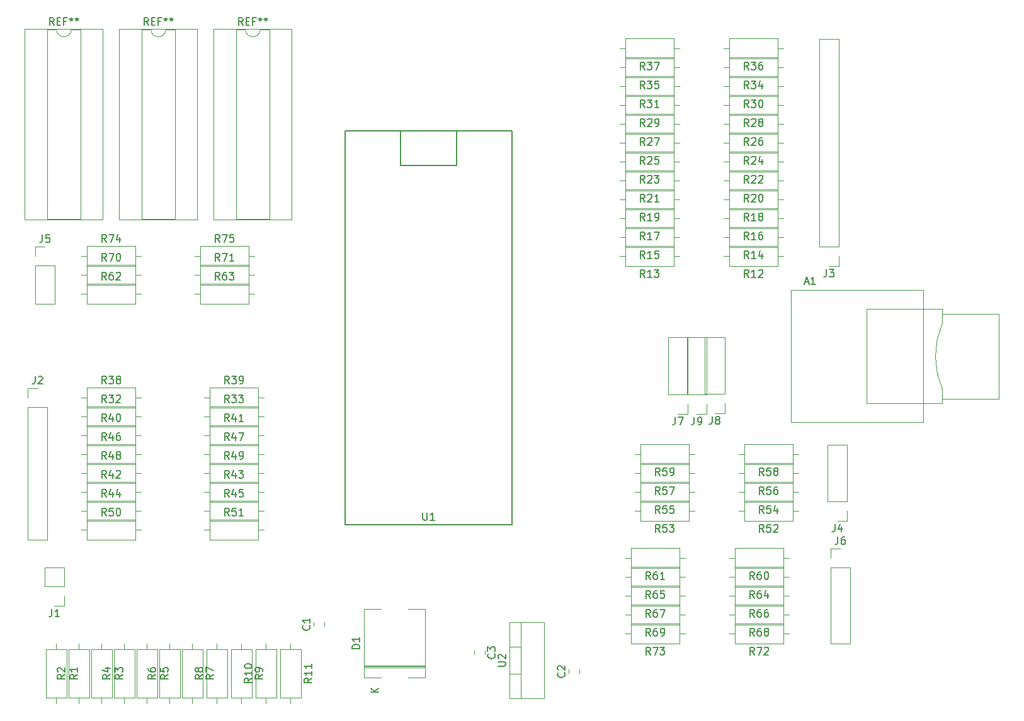
<source format=gbr>
%TF.GenerationSoftware,KiCad,Pcbnew,5.1.6-c6e7f7d~86~ubuntu16.04.1*%
%TF.CreationDate,2020-10-27T22:16:19+00:00*%
%TF.ProjectId,ppstrace1,70707374-7261-4636-9531-2e6b69636164,rev?*%
%TF.SameCoordinates,Original*%
%TF.FileFunction,Legend,Top*%
%TF.FilePolarity,Positive*%
%FSLAX46Y46*%
G04 Gerber Fmt 4.6, Leading zero omitted, Abs format (unit mm)*
G04 Created by KiCad (PCBNEW 5.1.6-c6e7f7d~86~ubuntu16.04.1) date 2020-10-27 22:16:19*
%MOMM*%
%LPD*%
G01*
G04 APERTURE LIST*
%ADD10C,0.120000*%
%ADD11C,0.150000*%
G04 APERTURE END LIST*
D10*
%TO.C,REF\u002A\u002A*%
X131810000Y-59630000D02*
G75*
G02*
X129810000Y-59630000I-1000000J0D01*
G01*
X129810000Y-59630000D02*
X128560000Y-59630000D01*
X128560000Y-59630000D02*
X128560000Y-85150000D01*
X128560000Y-85150000D02*
X133060000Y-85150000D01*
X133060000Y-85150000D02*
X133060000Y-59630000D01*
X133060000Y-59630000D02*
X131810000Y-59630000D01*
X125560000Y-59570000D02*
X125560000Y-85210000D01*
X125560000Y-85210000D02*
X136060000Y-85210000D01*
X136060000Y-85210000D02*
X136060000Y-59570000D01*
X136060000Y-59570000D02*
X125560000Y-59570000D01*
X119110000Y-59630000D02*
G75*
G02*
X117110000Y-59630000I-1000000J0D01*
G01*
X117110000Y-59630000D02*
X115860000Y-59630000D01*
X115860000Y-59630000D02*
X115860000Y-85150000D01*
X115860000Y-85150000D02*
X120360000Y-85150000D01*
X120360000Y-85150000D02*
X120360000Y-59630000D01*
X120360000Y-59630000D02*
X119110000Y-59630000D01*
X112860000Y-59570000D02*
X112860000Y-85210000D01*
X112860000Y-85210000D02*
X123360000Y-85210000D01*
X123360000Y-85210000D02*
X123360000Y-59570000D01*
X123360000Y-59570000D02*
X112860000Y-59570000D01*
X106410000Y-59630000D02*
G75*
G02*
X104410000Y-59630000I-1000000J0D01*
G01*
X104410000Y-59630000D02*
X103160000Y-59630000D01*
X103160000Y-59630000D02*
X103160000Y-85150000D01*
X103160000Y-85150000D02*
X107660000Y-85150000D01*
X107660000Y-85150000D02*
X107660000Y-59630000D01*
X107660000Y-59630000D02*
X106410000Y-59630000D01*
X100160000Y-59570000D02*
X100160000Y-85210000D01*
X100160000Y-85210000D02*
X110660000Y-85210000D01*
X110660000Y-85210000D02*
X110660000Y-59570000D01*
X110660000Y-59570000D02*
X100160000Y-59570000D01*
%TO.C,R75*%
X123730000Y-88800000D02*
X123730000Y-91540000D01*
X123730000Y-91540000D02*
X130270000Y-91540000D01*
X130270000Y-91540000D02*
X130270000Y-88800000D01*
X130270000Y-88800000D02*
X123730000Y-88800000D01*
X122960000Y-90170000D02*
X123730000Y-90170000D01*
X131040000Y-90170000D02*
X130270000Y-90170000D01*
%TO.C,R74*%
X108490000Y-88800000D02*
X108490000Y-91540000D01*
X108490000Y-91540000D02*
X115030000Y-91540000D01*
X115030000Y-91540000D02*
X115030000Y-88800000D01*
X115030000Y-88800000D02*
X108490000Y-88800000D01*
X107720000Y-90170000D02*
X108490000Y-90170000D01*
X115800000Y-90170000D02*
X115030000Y-90170000D01*
%TO.C,R73*%
X188182000Y-142340000D02*
X188182000Y-139600000D01*
X188182000Y-139600000D02*
X181642000Y-139600000D01*
X181642000Y-139600000D02*
X181642000Y-142340000D01*
X181642000Y-142340000D02*
X188182000Y-142340000D01*
X188952000Y-140970000D02*
X188182000Y-140970000D01*
X180872000Y-140970000D02*
X181642000Y-140970000D01*
%TO.C,R72*%
X202152000Y-142340000D02*
X202152000Y-139600000D01*
X202152000Y-139600000D02*
X195612000Y-139600000D01*
X195612000Y-139600000D02*
X195612000Y-142340000D01*
X195612000Y-142340000D02*
X202152000Y-142340000D01*
X202922000Y-140970000D02*
X202152000Y-140970000D01*
X194842000Y-140970000D02*
X195612000Y-140970000D01*
%TO.C,R71*%
X123730000Y-91340000D02*
X123730000Y-94080000D01*
X123730000Y-94080000D02*
X130270000Y-94080000D01*
X130270000Y-94080000D02*
X130270000Y-91340000D01*
X130270000Y-91340000D02*
X123730000Y-91340000D01*
X122960000Y-92710000D02*
X123730000Y-92710000D01*
X131040000Y-92710000D02*
X130270000Y-92710000D01*
%TO.C,R70*%
X108490000Y-91340000D02*
X108490000Y-94080000D01*
X108490000Y-94080000D02*
X115030000Y-94080000D01*
X115030000Y-94080000D02*
X115030000Y-91340000D01*
X115030000Y-91340000D02*
X108490000Y-91340000D01*
X107720000Y-92710000D02*
X108490000Y-92710000D01*
X115800000Y-92710000D02*
X115030000Y-92710000D01*
%TO.C,R69*%
X188182000Y-139800000D02*
X188182000Y-137060000D01*
X188182000Y-137060000D02*
X181642000Y-137060000D01*
X181642000Y-137060000D02*
X181642000Y-139800000D01*
X181642000Y-139800000D02*
X188182000Y-139800000D01*
X188952000Y-138430000D02*
X188182000Y-138430000D01*
X180872000Y-138430000D02*
X181642000Y-138430000D01*
%TO.C,R68*%
X202152000Y-139800000D02*
X202152000Y-137060000D01*
X202152000Y-137060000D02*
X195612000Y-137060000D01*
X195612000Y-137060000D02*
X195612000Y-139800000D01*
X195612000Y-139800000D02*
X202152000Y-139800000D01*
X202922000Y-138430000D02*
X202152000Y-138430000D01*
X194842000Y-138430000D02*
X195612000Y-138430000D01*
%TO.C,R67*%
X188182000Y-137260000D02*
X188182000Y-134520000D01*
X188182000Y-134520000D02*
X181642000Y-134520000D01*
X181642000Y-134520000D02*
X181642000Y-137260000D01*
X181642000Y-137260000D02*
X188182000Y-137260000D01*
X188952000Y-135890000D02*
X188182000Y-135890000D01*
X180872000Y-135890000D02*
X181642000Y-135890000D01*
%TO.C,R66*%
X202152000Y-137260000D02*
X202152000Y-134520000D01*
X202152000Y-134520000D02*
X195612000Y-134520000D01*
X195612000Y-134520000D02*
X195612000Y-137260000D01*
X195612000Y-137260000D02*
X202152000Y-137260000D01*
X202922000Y-135890000D02*
X202152000Y-135890000D01*
X194842000Y-135890000D02*
X195612000Y-135890000D01*
%TO.C,R65*%
X188182000Y-134720000D02*
X188182000Y-131980000D01*
X188182000Y-131980000D02*
X181642000Y-131980000D01*
X181642000Y-131980000D02*
X181642000Y-134720000D01*
X181642000Y-134720000D02*
X188182000Y-134720000D01*
X188952000Y-133350000D02*
X188182000Y-133350000D01*
X180872000Y-133350000D02*
X181642000Y-133350000D01*
%TO.C,R64*%
X202152000Y-134720000D02*
X202152000Y-131980000D01*
X202152000Y-131980000D02*
X195612000Y-131980000D01*
X195612000Y-131980000D02*
X195612000Y-134720000D01*
X195612000Y-134720000D02*
X202152000Y-134720000D01*
X202922000Y-133350000D02*
X202152000Y-133350000D01*
X194842000Y-133350000D02*
X195612000Y-133350000D01*
%TO.C,R63*%
X123730000Y-93880000D02*
X123730000Y-96620000D01*
X123730000Y-96620000D02*
X130270000Y-96620000D01*
X130270000Y-96620000D02*
X130270000Y-93880000D01*
X130270000Y-93880000D02*
X123730000Y-93880000D01*
X122960000Y-95250000D02*
X123730000Y-95250000D01*
X131040000Y-95250000D02*
X130270000Y-95250000D01*
%TO.C,R62*%
X108490000Y-93880000D02*
X108490000Y-96620000D01*
X108490000Y-96620000D02*
X115030000Y-96620000D01*
X115030000Y-96620000D02*
X115030000Y-93880000D01*
X115030000Y-93880000D02*
X108490000Y-93880000D01*
X107720000Y-95250000D02*
X108490000Y-95250000D01*
X115800000Y-95250000D02*
X115030000Y-95250000D01*
%TO.C,R61*%
X188182000Y-132180000D02*
X188182000Y-129440000D01*
X188182000Y-129440000D02*
X181642000Y-129440000D01*
X181642000Y-129440000D02*
X181642000Y-132180000D01*
X181642000Y-132180000D02*
X188182000Y-132180000D01*
X188952000Y-130810000D02*
X188182000Y-130810000D01*
X180872000Y-130810000D02*
X181642000Y-130810000D01*
%TO.C,R60*%
X202152000Y-132180000D02*
X202152000Y-129440000D01*
X202152000Y-129440000D02*
X195612000Y-129440000D01*
X195612000Y-129440000D02*
X195612000Y-132180000D01*
X195612000Y-132180000D02*
X202152000Y-132180000D01*
X202922000Y-130810000D02*
X202152000Y-130810000D01*
X194842000Y-130810000D02*
X195612000Y-130810000D01*
%TO.C,R59*%
X189452000Y-118210000D02*
X189452000Y-115470000D01*
X189452000Y-115470000D02*
X182912000Y-115470000D01*
X182912000Y-115470000D02*
X182912000Y-118210000D01*
X182912000Y-118210000D02*
X189452000Y-118210000D01*
X190222000Y-116840000D02*
X189452000Y-116840000D01*
X182142000Y-116840000D02*
X182912000Y-116840000D01*
%TO.C,R58*%
X203422000Y-118210000D02*
X203422000Y-115470000D01*
X203422000Y-115470000D02*
X196882000Y-115470000D01*
X196882000Y-115470000D02*
X196882000Y-118210000D01*
X196882000Y-118210000D02*
X203422000Y-118210000D01*
X204192000Y-116840000D02*
X203422000Y-116840000D01*
X196112000Y-116840000D02*
X196882000Y-116840000D01*
%TO.C,R57*%
X189452000Y-120750000D02*
X189452000Y-118010000D01*
X189452000Y-118010000D02*
X182912000Y-118010000D01*
X182912000Y-118010000D02*
X182912000Y-120750000D01*
X182912000Y-120750000D02*
X189452000Y-120750000D01*
X190222000Y-119380000D02*
X189452000Y-119380000D01*
X182142000Y-119380000D02*
X182912000Y-119380000D01*
%TO.C,R56*%
X203422000Y-120750000D02*
X203422000Y-118010000D01*
X203422000Y-118010000D02*
X196882000Y-118010000D01*
X196882000Y-118010000D02*
X196882000Y-120750000D01*
X196882000Y-120750000D02*
X203422000Y-120750000D01*
X204192000Y-119380000D02*
X203422000Y-119380000D01*
X196112000Y-119380000D02*
X196882000Y-119380000D01*
%TO.C,R55*%
X189452000Y-123290000D02*
X189452000Y-120550000D01*
X189452000Y-120550000D02*
X182912000Y-120550000D01*
X182912000Y-120550000D02*
X182912000Y-123290000D01*
X182912000Y-123290000D02*
X189452000Y-123290000D01*
X190222000Y-121920000D02*
X189452000Y-121920000D01*
X182142000Y-121920000D02*
X182912000Y-121920000D01*
%TO.C,R54*%
X203422000Y-123290000D02*
X203422000Y-120550000D01*
X203422000Y-120550000D02*
X196882000Y-120550000D01*
X196882000Y-120550000D02*
X196882000Y-123290000D01*
X196882000Y-123290000D02*
X203422000Y-123290000D01*
X204192000Y-121920000D02*
X203422000Y-121920000D01*
X196112000Y-121920000D02*
X196882000Y-121920000D01*
%TO.C,R53*%
X189452000Y-125830000D02*
X189452000Y-123090000D01*
X189452000Y-123090000D02*
X182912000Y-123090000D01*
X182912000Y-123090000D02*
X182912000Y-125830000D01*
X182912000Y-125830000D02*
X189452000Y-125830000D01*
X190222000Y-124460000D02*
X189452000Y-124460000D01*
X182142000Y-124460000D02*
X182912000Y-124460000D01*
%TO.C,R52*%
X203422000Y-125830000D02*
X203422000Y-123090000D01*
X203422000Y-123090000D02*
X196882000Y-123090000D01*
X196882000Y-123090000D02*
X196882000Y-125830000D01*
X196882000Y-125830000D02*
X203422000Y-125830000D01*
X204192000Y-124460000D02*
X203422000Y-124460000D01*
X196112000Y-124460000D02*
X196882000Y-124460000D01*
%TO.C,R51*%
X125000000Y-125630000D02*
X125000000Y-128370000D01*
X125000000Y-128370000D02*
X131540000Y-128370000D01*
X131540000Y-128370000D02*
X131540000Y-125630000D01*
X131540000Y-125630000D02*
X125000000Y-125630000D01*
X124230000Y-127000000D02*
X125000000Y-127000000D01*
X132310000Y-127000000D02*
X131540000Y-127000000D01*
%TO.C,R50*%
X108490000Y-125630000D02*
X108490000Y-128370000D01*
X108490000Y-128370000D02*
X115030000Y-128370000D01*
X115030000Y-128370000D02*
X115030000Y-125630000D01*
X115030000Y-125630000D02*
X108490000Y-125630000D01*
X107720000Y-127000000D02*
X108490000Y-127000000D01*
X115800000Y-127000000D02*
X115030000Y-127000000D01*
%TO.C,R49*%
X125000000Y-118010000D02*
X125000000Y-120750000D01*
X125000000Y-120750000D02*
X131540000Y-120750000D01*
X131540000Y-120750000D02*
X131540000Y-118010000D01*
X131540000Y-118010000D02*
X125000000Y-118010000D01*
X124230000Y-119380000D02*
X125000000Y-119380000D01*
X132310000Y-119380000D02*
X131540000Y-119380000D01*
%TO.C,R48*%
X108490000Y-118010000D02*
X108490000Y-120750000D01*
X108490000Y-120750000D02*
X115030000Y-120750000D01*
X115030000Y-120750000D02*
X115030000Y-118010000D01*
X115030000Y-118010000D02*
X108490000Y-118010000D01*
X107720000Y-119380000D02*
X108490000Y-119380000D01*
X115800000Y-119380000D02*
X115030000Y-119380000D01*
%TO.C,R47*%
X125000000Y-115470000D02*
X125000000Y-118210000D01*
X125000000Y-118210000D02*
X131540000Y-118210000D01*
X131540000Y-118210000D02*
X131540000Y-115470000D01*
X131540000Y-115470000D02*
X125000000Y-115470000D01*
X124230000Y-116840000D02*
X125000000Y-116840000D01*
X132310000Y-116840000D02*
X131540000Y-116840000D01*
%TO.C,R46*%
X108490000Y-115470000D02*
X108490000Y-118210000D01*
X108490000Y-118210000D02*
X115030000Y-118210000D01*
X115030000Y-118210000D02*
X115030000Y-115470000D01*
X115030000Y-115470000D02*
X108490000Y-115470000D01*
X107720000Y-116840000D02*
X108490000Y-116840000D01*
X115800000Y-116840000D02*
X115030000Y-116840000D01*
%TO.C,R45*%
X125000000Y-123090000D02*
X125000000Y-125830000D01*
X125000000Y-125830000D02*
X131540000Y-125830000D01*
X131540000Y-125830000D02*
X131540000Y-123090000D01*
X131540000Y-123090000D02*
X125000000Y-123090000D01*
X124230000Y-124460000D02*
X125000000Y-124460000D01*
X132310000Y-124460000D02*
X131540000Y-124460000D01*
%TO.C,R44*%
X108490000Y-123090000D02*
X108490000Y-125830000D01*
X108490000Y-125830000D02*
X115030000Y-125830000D01*
X115030000Y-125830000D02*
X115030000Y-123090000D01*
X115030000Y-123090000D02*
X108490000Y-123090000D01*
X107720000Y-124460000D02*
X108490000Y-124460000D01*
X115800000Y-124460000D02*
X115030000Y-124460000D01*
%TO.C,R43*%
X125000000Y-120550000D02*
X125000000Y-123290000D01*
X125000000Y-123290000D02*
X131540000Y-123290000D01*
X131540000Y-123290000D02*
X131540000Y-120550000D01*
X131540000Y-120550000D02*
X125000000Y-120550000D01*
X124230000Y-121920000D02*
X125000000Y-121920000D01*
X132310000Y-121920000D02*
X131540000Y-121920000D01*
%TO.C,R42*%
X108490000Y-120550000D02*
X108490000Y-123290000D01*
X108490000Y-123290000D02*
X115030000Y-123290000D01*
X115030000Y-123290000D02*
X115030000Y-120550000D01*
X115030000Y-120550000D02*
X108490000Y-120550000D01*
X107720000Y-121920000D02*
X108490000Y-121920000D01*
X115800000Y-121920000D02*
X115030000Y-121920000D01*
%TO.C,R41*%
X125000000Y-112930000D02*
X125000000Y-115670000D01*
X125000000Y-115670000D02*
X131540000Y-115670000D01*
X131540000Y-115670000D02*
X131540000Y-112930000D01*
X131540000Y-112930000D02*
X125000000Y-112930000D01*
X124230000Y-114300000D02*
X125000000Y-114300000D01*
X132310000Y-114300000D02*
X131540000Y-114300000D01*
%TO.C,R40*%
X108490000Y-112930000D02*
X108490000Y-115670000D01*
X108490000Y-115670000D02*
X115030000Y-115670000D01*
X115030000Y-115670000D02*
X115030000Y-112930000D01*
X115030000Y-112930000D02*
X108490000Y-112930000D01*
X107720000Y-114300000D02*
X108490000Y-114300000D01*
X115800000Y-114300000D02*
X115030000Y-114300000D01*
%TO.C,R39*%
X125000000Y-107850000D02*
X125000000Y-110590000D01*
X125000000Y-110590000D02*
X131540000Y-110590000D01*
X131540000Y-110590000D02*
X131540000Y-107850000D01*
X131540000Y-107850000D02*
X125000000Y-107850000D01*
X124230000Y-109220000D02*
X125000000Y-109220000D01*
X132310000Y-109220000D02*
X131540000Y-109220000D01*
%TO.C,R38*%
X108490000Y-107850000D02*
X108490000Y-110590000D01*
X108490000Y-110590000D02*
X115030000Y-110590000D01*
X115030000Y-110590000D02*
X115030000Y-107850000D01*
X115030000Y-107850000D02*
X108490000Y-107850000D01*
X107720000Y-109220000D02*
X108490000Y-109220000D01*
X115800000Y-109220000D02*
X115030000Y-109220000D01*
%TO.C,R37*%
X187420000Y-63600000D02*
X187420000Y-60860000D01*
X187420000Y-60860000D02*
X180880000Y-60860000D01*
X180880000Y-60860000D02*
X180880000Y-63600000D01*
X180880000Y-63600000D02*
X187420000Y-63600000D01*
X188190000Y-62230000D02*
X187420000Y-62230000D01*
X180110000Y-62230000D02*
X180880000Y-62230000D01*
%TO.C,R36*%
X201390000Y-63600000D02*
X201390000Y-60860000D01*
X201390000Y-60860000D02*
X194850000Y-60860000D01*
X194850000Y-60860000D02*
X194850000Y-63600000D01*
X194850000Y-63600000D02*
X201390000Y-63600000D01*
X202160000Y-62230000D02*
X201390000Y-62230000D01*
X194080000Y-62230000D02*
X194850000Y-62230000D01*
%TO.C,R35*%
X187420000Y-66140000D02*
X187420000Y-63400000D01*
X187420000Y-63400000D02*
X180880000Y-63400000D01*
X180880000Y-63400000D02*
X180880000Y-66140000D01*
X180880000Y-66140000D02*
X187420000Y-66140000D01*
X188190000Y-64770000D02*
X187420000Y-64770000D01*
X180110000Y-64770000D02*
X180880000Y-64770000D01*
%TO.C,R34*%
X201390000Y-66140000D02*
X201390000Y-63400000D01*
X201390000Y-63400000D02*
X194850000Y-63400000D01*
X194850000Y-63400000D02*
X194850000Y-66140000D01*
X194850000Y-66140000D02*
X201390000Y-66140000D01*
X202160000Y-64770000D02*
X201390000Y-64770000D01*
X194080000Y-64770000D02*
X194850000Y-64770000D01*
%TO.C,R33*%
X125000000Y-110390000D02*
X125000000Y-113130000D01*
X125000000Y-113130000D02*
X131540000Y-113130000D01*
X131540000Y-113130000D02*
X131540000Y-110390000D01*
X131540000Y-110390000D02*
X125000000Y-110390000D01*
X124230000Y-111760000D02*
X125000000Y-111760000D01*
X132310000Y-111760000D02*
X131540000Y-111760000D01*
%TO.C,R32*%
X108490000Y-110390000D02*
X108490000Y-113130000D01*
X108490000Y-113130000D02*
X115030000Y-113130000D01*
X115030000Y-113130000D02*
X115030000Y-110390000D01*
X115030000Y-110390000D02*
X108490000Y-110390000D01*
X107720000Y-111760000D02*
X108490000Y-111760000D01*
X115800000Y-111760000D02*
X115030000Y-111760000D01*
%TO.C,R31*%
X187420000Y-68680000D02*
X187420000Y-65940000D01*
X187420000Y-65940000D02*
X180880000Y-65940000D01*
X180880000Y-65940000D02*
X180880000Y-68680000D01*
X180880000Y-68680000D02*
X187420000Y-68680000D01*
X188190000Y-67310000D02*
X187420000Y-67310000D01*
X180110000Y-67310000D02*
X180880000Y-67310000D01*
%TO.C,R30*%
X201390000Y-68680000D02*
X201390000Y-65940000D01*
X201390000Y-65940000D02*
X194850000Y-65940000D01*
X194850000Y-65940000D02*
X194850000Y-68680000D01*
X194850000Y-68680000D02*
X201390000Y-68680000D01*
X202160000Y-67310000D02*
X201390000Y-67310000D01*
X194080000Y-67310000D02*
X194850000Y-67310000D01*
%TO.C,R29*%
X187420000Y-71220000D02*
X187420000Y-68480000D01*
X187420000Y-68480000D02*
X180880000Y-68480000D01*
X180880000Y-68480000D02*
X180880000Y-71220000D01*
X180880000Y-71220000D02*
X187420000Y-71220000D01*
X188190000Y-69850000D02*
X187420000Y-69850000D01*
X180110000Y-69850000D02*
X180880000Y-69850000D01*
%TO.C,R28*%
X201390000Y-71220000D02*
X201390000Y-68480000D01*
X201390000Y-68480000D02*
X194850000Y-68480000D01*
X194850000Y-68480000D02*
X194850000Y-71220000D01*
X194850000Y-71220000D02*
X201390000Y-71220000D01*
X202160000Y-69850000D02*
X201390000Y-69850000D01*
X194080000Y-69850000D02*
X194850000Y-69850000D01*
%TO.C,R27*%
X187420000Y-73760000D02*
X187420000Y-71020000D01*
X187420000Y-71020000D02*
X180880000Y-71020000D01*
X180880000Y-71020000D02*
X180880000Y-73760000D01*
X180880000Y-73760000D02*
X187420000Y-73760000D01*
X188190000Y-72390000D02*
X187420000Y-72390000D01*
X180110000Y-72390000D02*
X180880000Y-72390000D01*
%TO.C,R26*%
X201390000Y-73760000D02*
X201390000Y-71020000D01*
X201390000Y-71020000D02*
X194850000Y-71020000D01*
X194850000Y-71020000D02*
X194850000Y-73760000D01*
X194850000Y-73760000D02*
X201390000Y-73760000D01*
X202160000Y-72390000D02*
X201390000Y-72390000D01*
X194080000Y-72390000D02*
X194850000Y-72390000D01*
%TO.C,R25*%
X187420000Y-76300000D02*
X187420000Y-73560000D01*
X187420000Y-73560000D02*
X180880000Y-73560000D01*
X180880000Y-73560000D02*
X180880000Y-76300000D01*
X180880000Y-76300000D02*
X187420000Y-76300000D01*
X188190000Y-74930000D02*
X187420000Y-74930000D01*
X180110000Y-74930000D02*
X180880000Y-74930000D01*
%TO.C,R24*%
X201390000Y-76300000D02*
X201390000Y-73560000D01*
X201390000Y-73560000D02*
X194850000Y-73560000D01*
X194850000Y-73560000D02*
X194850000Y-76300000D01*
X194850000Y-76300000D02*
X201390000Y-76300000D01*
X202160000Y-74930000D02*
X201390000Y-74930000D01*
X194080000Y-74930000D02*
X194850000Y-74930000D01*
%TO.C,R23*%
X187420000Y-78840000D02*
X187420000Y-76100000D01*
X187420000Y-76100000D02*
X180880000Y-76100000D01*
X180880000Y-76100000D02*
X180880000Y-78840000D01*
X180880000Y-78840000D02*
X187420000Y-78840000D01*
X188190000Y-77470000D02*
X187420000Y-77470000D01*
X180110000Y-77470000D02*
X180880000Y-77470000D01*
%TO.C,R22*%
X201390000Y-78840000D02*
X201390000Y-76100000D01*
X201390000Y-76100000D02*
X194850000Y-76100000D01*
X194850000Y-76100000D02*
X194850000Y-78840000D01*
X194850000Y-78840000D02*
X201390000Y-78840000D01*
X202160000Y-77470000D02*
X201390000Y-77470000D01*
X194080000Y-77470000D02*
X194850000Y-77470000D01*
%TO.C,R21*%
X187420000Y-81380000D02*
X187420000Y-78640000D01*
X187420000Y-78640000D02*
X180880000Y-78640000D01*
X180880000Y-78640000D02*
X180880000Y-81380000D01*
X180880000Y-81380000D02*
X187420000Y-81380000D01*
X188190000Y-80010000D02*
X187420000Y-80010000D01*
X180110000Y-80010000D02*
X180880000Y-80010000D01*
%TO.C,R20*%
X201390000Y-81380000D02*
X201390000Y-78640000D01*
X201390000Y-78640000D02*
X194850000Y-78640000D01*
X194850000Y-78640000D02*
X194850000Y-81380000D01*
X194850000Y-81380000D02*
X201390000Y-81380000D01*
X202160000Y-80010000D02*
X201390000Y-80010000D01*
X194080000Y-80010000D02*
X194850000Y-80010000D01*
%TO.C,R19*%
X187420000Y-83920000D02*
X187420000Y-81180000D01*
X187420000Y-81180000D02*
X180880000Y-81180000D01*
X180880000Y-81180000D02*
X180880000Y-83920000D01*
X180880000Y-83920000D02*
X187420000Y-83920000D01*
X188190000Y-82550000D02*
X187420000Y-82550000D01*
X180110000Y-82550000D02*
X180880000Y-82550000D01*
%TO.C,R18*%
X201390000Y-83920000D02*
X201390000Y-81180000D01*
X201390000Y-81180000D02*
X194850000Y-81180000D01*
X194850000Y-81180000D02*
X194850000Y-83920000D01*
X194850000Y-83920000D02*
X201390000Y-83920000D01*
X202160000Y-82550000D02*
X201390000Y-82550000D01*
X194080000Y-82550000D02*
X194850000Y-82550000D01*
%TO.C,R17*%
X187420000Y-86460000D02*
X187420000Y-83720000D01*
X187420000Y-83720000D02*
X180880000Y-83720000D01*
X180880000Y-83720000D02*
X180880000Y-86460000D01*
X180880000Y-86460000D02*
X187420000Y-86460000D01*
X188190000Y-85090000D02*
X187420000Y-85090000D01*
X180110000Y-85090000D02*
X180880000Y-85090000D01*
%TO.C,R16*%
X201390000Y-86460000D02*
X201390000Y-83720000D01*
X201390000Y-83720000D02*
X194850000Y-83720000D01*
X194850000Y-83720000D02*
X194850000Y-86460000D01*
X194850000Y-86460000D02*
X201390000Y-86460000D01*
X202160000Y-85090000D02*
X201390000Y-85090000D01*
X194080000Y-85090000D02*
X194850000Y-85090000D01*
%TO.C,R15*%
X187420000Y-89000000D02*
X187420000Y-86260000D01*
X187420000Y-86260000D02*
X180880000Y-86260000D01*
X180880000Y-86260000D02*
X180880000Y-89000000D01*
X180880000Y-89000000D02*
X187420000Y-89000000D01*
X188190000Y-87630000D02*
X187420000Y-87630000D01*
X180110000Y-87630000D02*
X180880000Y-87630000D01*
%TO.C,R14*%
X201390000Y-89000000D02*
X201390000Y-86260000D01*
X201390000Y-86260000D02*
X194850000Y-86260000D01*
X194850000Y-86260000D02*
X194850000Y-89000000D01*
X194850000Y-89000000D02*
X201390000Y-89000000D01*
X202160000Y-87630000D02*
X201390000Y-87630000D01*
X194080000Y-87630000D02*
X194850000Y-87630000D01*
%TO.C,R13*%
X187420000Y-91540000D02*
X187420000Y-88800000D01*
X187420000Y-88800000D02*
X180880000Y-88800000D01*
X180880000Y-88800000D02*
X180880000Y-91540000D01*
X180880000Y-91540000D02*
X187420000Y-91540000D01*
X188190000Y-90170000D02*
X187420000Y-90170000D01*
X180110000Y-90170000D02*
X180880000Y-90170000D01*
%TO.C,R12*%
X201390000Y-91540000D02*
X201390000Y-88800000D01*
X201390000Y-88800000D02*
X194850000Y-88800000D01*
X194850000Y-88800000D02*
X194850000Y-91540000D01*
X194850000Y-91540000D02*
X201390000Y-91540000D01*
X202160000Y-90170000D02*
X201390000Y-90170000D01*
X194080000Y-90170000D02*
X194850000Y-90170000D01*
%TO.C,R10*%
X131218000Y-149574000D02*
X133958000Y-149574000D01*
X133958000Y-149574000D02*
X133958000Y-143034000D01*
X133958000Y-143034000D02*
X131218000Y-143034000D01*
X131218000Y-143034000D02*
X131218000Y-149574000D01*
X132588000Y-150344000D02*
X132588000Y-149574000D01*
X132588000Y-142264000D02*
X132588000Y-143034000D01*
%TO.C,R9*%
X130656000Y-143034000D02*
X127916000Y-143034000D01*
X127916000Y-143034000D02*
X127916000Y-149574000D01*
X127916000Y-149574000D02*
X130656000Y-149574000D01*
X130656000Y-149574000D02*
X130656000Y-143034000D01*
X129286000Y-142264000D02*
X129286000Y-143034000D01*
X129286000Y-150344000D02*
X129286000Y-149574000D01*
%TO.C,R8*%
X124614000Y-149574000D02*
X127354000Y-149574000D01*
X127354000Y-149574000D02*
X127354000Y-143034000D01*
X127354000Y-143034000D02*
X124614000Y-143034000D01*
X124614000Y-143034000D02*
X124614000Y-149574000D01*
X125984000Y-150344000D02*
X125984000Y-149574000D01*
X125984000Y-142264000D02*
X125984000Y-143034000D01*
%TO.C,R7*%
X124052000Y-143034000D02*
X121312000Y-143034000D01*
X121312000Y-143034000D02*
X121312000Y-149574000D01*
X121312000Y-149574000D02*
X124052000Y-149574000D01*
X124052000Y-149574000D02*
X124052000Y-143034000D01*
X122682000Y-142264000D02*
X122682000Y-143034000D01*
X122682000Y-150344000D02*
X122682000Y-149574000D01*
%TO.C,R6*%
X118264000Y-149574000D02*
X121004000Y-149574000D01*
X121004000Y-149574000D02*
X121004000Y-143034000D01*
X121004000Y-143034000D02*
X118264000Y-143034000D01*
X118264000Y-143034000D02*
X118264000Y-149574000D01*
X119634000Y-150344000D02*
X119634000Y-149574000D01*
X119634000Y-142264000D02*
X119634000Y-143034000D01*
%TO.C,R5*%
X117956000Y-143034000D02*
X115216000Y-143034000D01*
X115216000Y-143034000D02*
X115216000Y-149574000D01*
X115216000Y-149574000D02*
X117956000Y-149574000D01*
X117956000Y-149574000D02*
X117956000Y-143034000D01*
X116586000Y-142264000D02*
X116586000Y-143034000D01*
X116586000Y-150344000D02*
X116586000Y-149574000D01*
%TO.C,R4*%
X112168000Y-149574000D02*
X114908000Y-149574000D01*
X114908000Y-149574000D02*
X114908000Y-143034000D01*
X114908000Y-143034000D02*
X112168000Y-143034000D01*
X112168000Y-143034000D02*
X112168000Y-149574000D01*
X113538000Y-150344000D02*
X113538000Y-149574000D01*
X113538000Y-142264000D02*
X113538000Y-143034000D01*
%TO.C,R3*%
X111860000Y-143034000D02*
X109120000Y-143034000D01*
X109120000Y-143034000D02*
X109120000Y-149574000D01*
X109120000Y-149574000D02*
X111860000Y-149574000D01*
X111860000Y-149574000D02*
X111860000Y-143034000D01*
X110490000Y-142264000D02*
X110490000Y-143034000D01*
X110490000Y-150344000D02*
X110490000Y-149574000D01*
%TO.C,R11*%
X137260000Y-143034000D02*
X134520000Y-143034000D01*
X134520000Y-143034000D02*
X134520000Y-149574000D01*
X134520000Y-149574000D02*
X137260000Y-149574000D01*
X137260000Y-149574000D02*
X137260000Y-143034000D01*
X135890000Y-142264000D02*
X135890000Y-143034000D01*
X135890000Y-150344000D02*
X135890000Y-149574000D01*
%TO.C,R2*%
X106072000Y-149574000D02*
X108812000Y-149574000D01*
X108812000Y-149574000D02*
X108812000Y-143034000D01*
X108812000Y-143034000D02*
X106072000Y-143034000D01*
X106072000Y-143034000D02*
X106072000Y-149574000D01*
X107442000Y-150344000D02*
X107442000Y-149574000D01*
X107442000Y-142264000D02*
X107442000Y-143034000D01*
%TO.C,R1*%
X105764000Y-143034000D02*
X103024000Y-143034000D01*
X103024000Y-143034000D02*
X103024000Y-149574000D01*
X103024000Y-149574000D02*
X105764000Y-149574000D01*
X105764000Y-149574000D02*
X105764000Y-143034000D01*
X104394000Y-142264000D02*
X104394000Y-143034000D01*
X104394000Y-150344000D02*
X104394000Y-149574000D01*
D11*
%TO.C,U1*%
X150632000Y-73422000D02*
X150632000Y-77922000D01*
X150632000Y-77922000D02*
X158232000Y-77922000D01*
X158232000Y-77922000D02*
X158232000Y-73422000D01*
X143182000Y-73322000D02*
X165682000Y-73322000D01*
X165682000Y-73322000D02*
X165682000Y-126322000D01*
X165682000Y-126322000D02*
X143182000Y-126322000D01*
X143182000Y-126322000D02*
X143182000Y-73322000D01*
D10*
%TO.C,U2*%
X165335200Y-149671400D02*
X165335200Y-139431400D01*
X169976200Y-149671400D02*
X169976200Y-139431400D01*
X165335200Y-149671400D02*
X169976200Y-149671400D01*
X165335200Y-139431400D02*
X169976200Y-139431400D01*
X166845200Y-149671400D02*
X166845200Y-139431400D01*
X165335200Y-146401400D02*
X166845200Y-146401400D01*
X165335200Y-142700400D02*
X166845200Y-142700400D01*
%TO.C,J9*%
X191830000Y-101108200D02*
X189170000Y-101108200D01*
X191830000Y-108788200D02*
X191830000Y-101108200D01*
X189170000Y-108788200D02*
X189170000Y-101108200D01*
X191830000Y-108788200D02*
X189170000Y-108788200D01*
X191830000Y-110058200D02*
X191830000Y-111388200D01*
X191830000Y-111388200D02*
X190500000Y-111388200D01*
%TO.C,J8*%
X194243000Y-101032000D02*
X191583000Y-101032000D01*
X194243000Y-108712000D02*
X194243000Y-101032000D01*
X191583000Y-108712000D02*
X191583000Y-101032000D01*
X194243000Y-108712000D02*
X191583000Y-108712000D01*
X194243000Y-109982000D02*
X194243000Y-111312000D01*
X194243000Y-111312000D02*
X192913000Y-111312000D01*
%TO.C,J7*%
X189290000Y-101108200D02*
X186630000Y-101108200D01*
X189290000Y-108788200D02*
X189290000Y-101108200D01*
X186630000Y-108788200D02*
X186630000Y-101108200D01*
X189290000Y-108788200D02*
X186630000Y-108788200D01*
X189290000Y-110058200D02*
X189290000Y-111388200D01*
X189290000Y-111388200D02*
X187960000Y-111388200D01*
%TO.C,J6*%
X208474000Y-142300000D02*
X211134000Y-142300000D01*
X208474000Y-132080000D02*
X208474000Y-142300000D01*
X211134000Y-132080000D02*
X211134000Y-142300000D01*
X208474000Y-132080000D02*
X211134000Y-132080000D01*
X208474000Y-130810000D02*
X208474000Y-129480000D01*
X208474000Y-129480000D02*
X209804000Y-129480000D01*
%TO.C,J5*%
X101540000Y-96580000D02*
X104200000Y-96580000D01*
X101540000Y-91440000D02*
X101540000Y-96580000D01*
X104200000Y-91440000D02*
X104200000Y-96580000D01*
X101540000Y-91440000D02*
X104200000Y-91440000D01*
X101540000Y-90170000D02*
X101540000Y-88840000D01*
X101540000Y-88840000D02*
X102870000Y-88840000D01*
%TO.C,J4*%
X210727600Y-115510000D02*
X208067600Y-115510000D01*
X210727600Y-123190000D02*
X210727600Y-115510000D01*
X208067600Y-123190000D02*
X208067600Y-115510000D01*
X210727600Y-123190000D02*
X208067600Y-123190000D01*
X210727600Y-124460000D02*
X210727600Y-125790000D01*
X210727600Y-125790000D02*
X209397600Y-125790000D01*
%TO.C,J1*%
X105470000Y-132020000D02*
X102810000Y-132020000D01*
X105470000Y-134620000D02*
X105470000Y-132020000D01*
X102810000Y-134620000D02*
X102810000Y-132020000D01*
X105470000Y-134620000D02*
X102810000Y-134620000D01*
X105470000Y-135890000D02*
X105470000Y-137220000D01*
X105470000Y-137220000D02*
X104140000Y-137220000D01*
%TO.C,J3*%
X209610000Y-60900000D02*
X206950000Y-60900000D01*
X209610000Y-88900000D02*
X209610000Y-60900000D01*
X206950000Y-88900000D02*
X206950000Y-60900000D01*
X209610000Y-88900000D02*
X206950000Y-88900000D01*
X209610000Y-90170000D02*
X209610000Y-91500000D01*
X209610000Y-91500000D02*
X208280000Y-91500000D01*
%TO.C,J2*%
X100549400Y-128330000D02*
X103209400Y-128330000D01*
X100549400Y-110490000D02*
X100549400Y-128330000D01*
X103209400Y-110490000D02*
X103209400Y-128330000D01*
X100549400Y-110490000D02*
X103209400Y-110490000D01*
X100549400Y-109220000D02*
X100549400Y-107890000D01*
X100549400Y-107890000D02*
X101879400Y-107890000D01*
%TO.C,D1*%
X148020000Y-146860000D02*
X145740000Y-146860000D01*
X145740000Y-146860000D02*
X145740000Y-137620000D01*
X145740000Y-137620000D02*
X148020000Y-137620000D01*
X151700000Y-146860000D02*
X153980000Y-146860000D01*
X153980000Y-146860000D02*
X153980000Y-137620000D01*
X153980000Y-137620000D02*
X151700000Y-137620000D01*
X145740000Y-145390000D02*
X153980000Y-145390000D01*
X145740000Y-145270000D02*
X153980000Y-145270000D01*
X145740000Y-145510000D02*
X153980000Y-145510000D01*
%TO.C,C3*%
X162000000Y-143248748D02*
X162000000Y-143771252D01*
X160580000Y-143248748D02*
X160580000Y-143771252D01*
%TO.C,C2*%
X173280000Y-146311252D02*
X173280000Y-145788748D01*
X174700000Y-146311252D02*
X174700000Y-145788748D01*
%TO.C,C1*%
X138990000Y-139961252D02*
X138990000Y-139438748D01*
X140410000Y-139961252D02*
X140410000Y-139438748D01*
%TO.C,A1*%
X223520000Y-108076999D02*
G75*
G02*
X223520000Y-99187000I10160000J4444999D01*
G01*
X203200000Y-94742000D02*
X220980000Y-94742000D01*
X220980000Y-94742000D02*
X220980000Y-112522000D01*
X220980000Y-112522000D02*
X203200000Y-112522000D01*
X203200000Y-112522000D02*
X203200000Y-94742000D01*
X213360000Y-97282000D02*
X213360000Y-109982000D01*
X213360000Y-109982000D02*
X223520000Y-109982000D01*
X213360000Y-97282000D02*
X223520000Y-97282000D01*
X223520000Y-97282000D02*
X223520000Y-99187000D01*
X223520000Y-109982000D02*
X223520000Y-108077000D01*
X223520000Y-97917000D02*
X231140000Y-97917000D01*
X231140000Y-97917000D02*
X231140000Y-109347000D01*
X231140000Y-109347000D02*
X223520000Y-109347000D01*
%TO.C,REF\u002A\u002A*%
D11*
X129476666Y-59082380D02*
X129143333Y-58606190D01*
X128905238Y-59082380D02*
X128905238Y-58082380D01*
X129286190Y-58082380D01*
X129381428Y-58130000D01*
X129429047Y-58177619D01*
X129476666Y-58272857D01*
X129476666Y-58415714D01*
X129429047Y-58510952D01*
X129381428Y-58558571D01*
X129286190Y-58606190D01*
X128905238Y-58606190D01*
X129905238Y-58558571D02*
X130238571Y-58558571D01*
X130381428Y-59082380D02*
X129905238Y-59082380D01*
X129905238Y-58082380D01*
X130381428Y-58082380D01*
X131143333Y-58558571D02*
X130810000Y-58558571D01*
X130810000Y-59082380D02*
X130810000Y-58082380D01*
X131286190Y-58082380D01*
X131810000Y-58082380D02*
X131810000Y-58320476D01*
X131571904Y-58225238D02*
X131810000Y-58320476D01*
X132048095Y-58225238D01*
X131667142Y-58510952D02*
X131810000Y-58320476D01*
X131952857Y-58510952D01*
X132571904Y-58082380D02*
X132571904Y-58320476D01*
X132333809Y-58225238D02*
X132571904Y-58320476D01*
X132810000Y-58225238D01*
X132429047Y-58510952D02*
X132571904Y-58320476D01*
X132714761Y-58510952D01*
X116776666Y-59082380D02*
X116443333Y-58606190D01*
X116205238Y-59082380D02*
X116205238Y-58082380D01*
X116586190Y-58082380D01*
X116681428Y-58130000D01*
X116729047Y-58177619D01*
X116776666Y-58272857D01*
X116776666Y-58415714D01*
X116729047Y-58510952D01*
X116681428Y-58558571D01*
X116586190Y-58606190D01*
X116205238Y-58606190D01*
X117205238Y-58558571D02*
X117538571Y-58558571D01*
X117681428Y-59082380D02*
X117205238Y-59082380D01*
X117205238Y-58082380D01*
X117681428Y-58082380D01*
X118443333Y-58558571D02*
X118110000Y-58558571D01*
X118110000Y-59082380D02*
X118110000Y-58082380D01*
X118586190Y-58082380D01*
X119110000Y-58082380D02*
X119110000Y-58320476D01*
X118871904Y-58225238D02*
X119110000Y-58320476D01*
X119348095Y-58225238D01*
X118967142Y-58510952D02*
X119110000Y-58320476D01*
X119252857Y-58510952D01*
X119871904Y-58082380D02*
X119871904Y-58320476D01*
X119633809Y-58225238D02*
X119871904Y-58320476D01*
X120110000Y-58225238D01*
X119729047Y-58510952D02*
X119871904Y-58320476D01*
X120014761Y-58510952D01*
X104076666Y-59082380D02*
X103743333Y-58606190D01*
X103505238Y-59082380D02*
X103505238Y-58082380D01*
X103886190Y-58082380D01*
X103981428Y-58130000D01*
X104029047Y-58177619D01*
X104076666Y-58272857D01*
X104076666Y-58415714D01*
X104029047Y-58510952D01*
X103981428Y-58558571D01*
X103886190Y-58606190D01*
X103505238Y-58606190D01*
X104505238Y-58558571D02*
X104838571Y-58558571D01*
X104981428Y-59082380D02*
X104505238Y-59082380D01*
X104505238Y-58082380D01*
X104981428Y-58082380D01*
X105743333Y-58558571D02*
X105410000Y-58558571D01*
X105410000Y-59082380D02*
X105410000Y-58082380D01*
X105886190Y-58082380D01*
X106410000Y-58082380D02*
X106410000Y-58320476D01*
X106171904Y-58225238D02*
X106410000Y-58320476D01*
X106648095Y-58225238D01*
X106267142Y-58510952D02*
X106410000Y-58320476D01*
X106552857Y-58510952D01*
X107171904Y-58082380D02*
X107171904Y-58320476D01*
X106933809Y-58225238D02*
X107171904Y-58320476D01*
X107410000Y-58225238D01*
X107029047Y-58510952D02*
X107171904Y-58320476D01*
X107314761Y-58510952D01*
%TO.C,R75*%
X126357142Y-88252380D02*
X126023809Y-87776190D01*
X125785714Y-88252380D02*
X125785714Y-87252380D01*
X126166666Y-87252380D01*
X126261904Y-87300000D01*
X126309523Y-87347619D01*
X126357142Y-87442857D01*
X126357142Y-87585714D01*
X126309523Y-87680952D01*
X126261904Y-87728571D01*
X126166666Y-87776190D01*
X125785714Y-87776190D01*
X126690476Y-87252380D02*
X127357142Y-87252380D01*
X126928571Y-88252380D01*
X128214285Y-87252380D02*
X127738095Y-87252380D01*
X127690476Y-87728571D01*
X127738095Y-87680952D01*
X127833333Y-87633333D01*
X128071428Y-87633333D01*
X128166666Y-87680952D01*
X128214285Y-87728571D01*
X128261904Y-87823809D01*
X128261904Y-88061904D01*
X128214285Y-88157142D01*
X128166666Y-88204761D01*
X128071428Y-88252380D01*
X127833333Y-88252380D01*
X127738095Y-88204761D01*
X127690476Y-88157142D01*
%TO.C,R74*%
X111117142Y-88252380D02*
X110783809Y-87776190D01*
X110545714Y-88252380D02*
X110545714Y-87252380D01*
X110926666Y-87252380D01*
X111021904Y-87300000D01*
X111069523Y-87347619D01*
X111117142Y-87442857D01*
X111117142Y-87585714D01*
X111069523Y-87680952D01*
X111021904Y-87728571D01*
X110926666Y-87776190D01*
X110545714Y-87776190D01*
X111450476Y-87252380D02*
X112117142Y-87252380D01*
X111688571Y-88252380D01*
X112926666Y-87585714D02*
X112926666Y-88252380D01*
X112688571Y-87204761D02*
X112450476Y-87919047D01*
X113069523Y-87919047D01*
%TO.C,R73*%
X184269142Y-143792380D02*
X183935809Y-143316190D01*
X183697714Y-143792380D02*
X183697714Y-142792380D01*
X184078666Y-142792380D01*
X184173904Y-142840000D01*
X184221523Y-142887619D01*
X184269142Y-142982857D01*
X184269142Y-143125714D01*
X184221523Y-143220952D01*
X184173904Y-143268571D01*
X184078666Y-143316190D01*
X183697714Y-143316190D01*
X184602476Y-142792380D02*
X185269142Y-142792380D01*
X184840571Y-143792380D01*
X185554857Y-142792380D02*
X186173904Y-142792380D01*
X185840571Y-143173333D01*
X185983428Y-143173333D01*
X186078666Y-143220952D01*
X186126285Y-143268571D01*
X186173904Y-143363809D01*
X186173904Y-143601904D01*
X186126285Y-143697142D01*
X186078666Y-143744761D01*
X185983428Y-143792380D01*
X185697714Y-143792380D01*
X185602476Y-143744761D01*
X185554857Y-143697142D01*
%TO.C,R72*%
X198239142Y-143792380D02*
X197905809Y-143316190D01*
X197667714Y-143792380D02*
X197667714Y-142792380D01*
X198048666Y-142792380D01*
X198143904Y-142840000D01*
X198191523Y-142887619D01*
X198239142Y-142982857D01*
X198239142Y-143125714D01*
X198191523Y-143220952D01*
X198143904Y-143268571D01*
X198048666Y-143316190D01*
X197667714Y-143316190D01*
X198572476Y-142792380D02*
X199239142Y-142792380D01*
X198810571Y-143792380D01*
X199572476Y-142887619D02*
X199620095Y-142840000D01*
X199715333Y-142792380D01*
X199953428Y-142792380D01*
X200048666Y-142840000D01*
X200096285Y-142887619D01*
X200143904Y-142982857D01*
X200143904Y-143078095D01*
X200096285Y-143220952D01*
X199524857Y-143792380D01*
X200143904Y-143792380D01*
%TO.C,R71*%
X126357142Y-90792380D02*
X126023809Y-90316190D01*
X125785714Y-90792380D02*
X125785714Y-89792380D01*
X126166666Y-89792380D01*
X126261904Y-89840000D01*
X126309523Y-89887619D01*
X126357142Y-89982857D01*
X126357142Y-90125714D01*
X126309523Y-90220952D01*
X126261904Y-90268571D01*
X126166666Y-90316190D01*
X125785714Y-90316190D01*
X126690476Y-89792380D02*
X127357142Y-89792380D01*
X126928571Y-90792380D01*
X128261904Y-90792380D02*
X127690476Y-90792380D01*
X127976190Y-90792380D02*
X127976190Y-89792380D01*
X127880952Y-89935238D01*
X127785714Y-90030476D01*
X127690476Y-90078095D01*
%TO.C,R70*%
X111117142Y-90792380D02*
X110783809Y-90316190D01*
X110545714Y-90792380D02*
X110545714Y-89792380D01*
X110926666Y-89792380D01*
X111021904Y-89840000D01*
X111069523Y-89887619D01*
X111117142Y-89982857D01*
X111117142Y-90125714D01*
X111069523Y-90220952D01*
X111021904Y-90268571D01*
X110926666Y-90316190D01*
X110545714Y-90316190D01*
X111450476Y-89792380D02*
X112117142Y-89792380D01*
X111688571Y-90792380D01*
X112688571Y-89792380D02*
X112783809Y-89792380D01*
X112879047Y-89840000D01*
X112926666Y-89887619D01*
X112974285Y-89982857D01*
X113021904Y-90173333D01*
X113021904Y-90411428D01*
X112974285Y-90601904D01*
X112926666Y-90697142D01*
X112879047Y-90744761D01*
X112783809Y-90792380D01*
X112688571Y-90792380D01*
X112593333Y-90744761D01*
X112545714Y-90697142D01*
X112498095Y-90601904D01*
X112450476Y-90411428D01*
X112450476Y-90173333D01*
X112498095Y-89982857D01*
X112545714Y-89887619D01*
X112593333Y-89840000D01*
X112688571Y-89792380D01*
%TO.C,R69*%
X184269142Y-141252380D02*
X183935809Y-140776190D01*
X183697714Y-141252380D02*
X183697714Y-140252380D01*
X184078666Y-140252380D01*
X184173904Y-140300000D01*
X184221523Y-140347619D01*
X184269142Y-140442857D01*
X184269142Y-140585714D01*
X184221523Y-140680952D01*
X184173904Y-140728571D01*
X184078666Y-140776190D01*
X183697714Y-140776190D01*
X185126285Y-140252380D02*
X184935809Y-140252380D01*
X184840571Y-140300000D01*
X184792952Y-140347619D01*
X184697714Y-140490476D01*
X184650095Y-140680952D01*
X184650095Y-141061904D01*
X184697714Y-141157142D01*
X184745333Y-141204761D01*
X184840571Y-141252380D01*
X185031047Y-141252380D01*
X185126285Y-141204761D01*
X185173904Y-141157142D01*
X185221523Y-141061904D01*
X185221523Y-140823809D01*
X185173904Y-140728571D01*
X185126285Y-140680952D01*
X185031047Y-140633333D01*
X184840571Y-140633333D01*
X184745333Y-140680952D01*
X184697714Y-140728571D01*
X184650095Y-140823809D01*
X185697714Y-141252380D02*
X185888190Y-141252380D01*
X185983428Y-141204761D01*
X186031047Y-141157142D01*
X186126285Y-141014285D01*
X186173904Y-140823809D01*
X186173904Y-140442857D01*
X186126285Y-140347619D01*
X186078666Y-140300000D01*
X185983428Y-140252380D01*
X185792952Y-140252380D01*
X185697714Y-140300000D01*
X185650095Y-140347619D01*
X185602476Y-140442857D01*
X185602476Y-140680952D01*
X185650095Y-140776190D01*
X185697714Y-140823809D01*
X185792952Y-140871428D01*
X185983428Y-140871428D01*
X186078666Y-140823809D01*
X186126285Y-140776190D01*
X186173904Y-140680952D01*
%TO.C,R68*%
X198239142Y-141252380D02*
X197905809Y-140776190D01*
X197667714Y-141252380D02*
X197667714Y-140252380D01*
X198048666Y-140252380D01*
X198143904Y-140300000D01*
X198191523Y-140347619D01*
X198239142Y-140442857D01*
X198239142Y-140585714D01*
X198191523Y-140680952D01*
X198143904Y-140728571D01*
X198048666Y-140776190D01*
X197667714Y-140776190D01*
X199096285Y-140252380D02*
X198905809Y-140252380D01*
X198810571Y-140300000D01*
X198762952Y-140347619D01*
X198667714Y-140490476D01*
X198620095Y-140680952D01*
X198620095Y-141061904D01*
X198667714Y-141157142D01*
X198715333Y-141204761D01*
X198810571Y-141252380D01*
X199001047Y-141252380D01*
X199096285Y-141204761D01*
X199143904Y-141157142D01*
X199191523Y-141061904D01*
X199191523Y-140823809D01*
X199143904Y-140728571D01*
X199096285Y-140680952D01*
X199001047Y-140633333D01*
X198810571Y-140633333D01*
X198715333Y-140680952D01*
X198667714Y-140728571D01*
X198620095Y-140823809D01*
X199762952Y-140680952D02*
X199667714Y-140633333D01*
X199620095Y-140585714D01*
X199572476Y-140490476D01*
X199572476Y-140442857D01*
X199620095Y-140347619D01*
X199667714Y-140300000D01*
X199762952Y-140252380D01*
X199953428Y-140252380D01*
X200048666Y-140300000D01*
X200096285Y-140347619D01*
X200143904Y-140442857D01*
X200143904Y-140490476D01*
X200096285Y-140585714D01*
X200048666Y-140633333D01*
X199953428Y-140680952D01*
X199762952Y-140680952D01*
X199667714Y-140728571D01*
X199620095Y-140776190D01*
X199572476Y-140871428D01*
X199572476Y-141061904D01*
X199620095Y-141157142D01*
X199667714Y-141204761D01*
X199762952Y-141252380D01*
X199953428Y-141252380D01*
X200048666Y-141204761D01*
X200096285Y-141157142D01*
X200143904Y-141061904D01*
X200143904Y-140871428D01*
X200096285Y-140776190D01*
X200048666Y-140728571D01*
X199953428Y-140680952D01*
%TO.C,R67*%
X184269142Y-138712380D02*
X183935809Y-138236190D01*
X183697714Y-138712380D02*
X183697714Y-137712380D01*
X184078666Y-137712380D01*
X184173904Y-137760000D01*
X184221523Y-137807619D01*
X184269142Y-137902857D01*
X184269142Y-138045714D01*
X184221523Y-138140952D01*
X184173904Y-138188571D01*
X184078666Y-138236190D01*
X183697714Y-138236190D01*
X185126285Y-137712380D02*
X184935809Y-137712380D01*
X184840571Y-137760000D01*
X184792952Y-137807619D01*
X184697714Y-137950476D01*
X184650095Y-138140952D01*
X184650095Y-138521904D01*
X184697714Y-138617142D01*
X184745333Y-138664761D01*
X184840571Y-138712380D01*
X185031047Y-138712380D01*
X185126285Y-138664761D01*
X185173904Y-138617142D01*
X185221523Y-138521904D01*
X185221523Y-138283809D01*
X185173904Y-138188571D01*
X185126285Y-138140952D01*
X185031047Y-138093333D01*
X184840571Y-138093333D01*
X184745333Y-138140952D01*
X184697714Y-138188571D01*
X184650095Y-138283809D01*
X185554857Y-137712380D02*
X186221523Y-137712380D01*
X185792952Y-138712380D01*
%TO.C,R66*%
X198239142Y-138712380D02*
X197905809Y-138236190D01*
X197667714Y-138712380D02*
X197667714Y-137712380D01*
X198048666Y-137712380D01*
X198143904Y-137760000D01*
X198191523Y-137807619D01*
X198239142Y-137902857D01*
X198239142Y-138045714D01*
X198191523Y-138140952D01*
X198143904Y-138188571D01*
X198048666Y-138236190D01*
X197667714Y-138236190D01*
X199096285Y-137712380D02*
X198905809Y-137712380D01*
X198810571Y-137760000D01*
X198762952Y-137807619D01*
X198667714Y-137950476D01*
X198620095Y-138140952D01*
X198620095Y-138521904D01*
X198667714Y-138617142D01*
X198715333Y-138664761D01*
X198810571Y-138712380D01*
X199001047Y-138712380D01*
X199096285Y-138664761D01*
X199143904Y-138617142D01*
X199191523Y-138521904D01*
X199191523Y-138283809D01*
X199143904Y-138188571D01*
X199096285Y-138140952D01*
X199001047Y-138093333D01*
X198810571Y-138093333D01*
X198715333Y-138140952D01*
X198667714Y-138188571D01*
X198620095Y-138283809D01*
X200048666Y-137712380D02*
X199858190Y-137712380D01*
X199762952Y-137760000D01*
X199715333Y-137807619D01*
X199620095Y-137950476D01*
X199572476Y-138140952D01*
X199572476Y-138521904D01*
X199620095Y-138617142D01*
X199667714Y-138664761D01*
X199762952Y-138712380D01*
X199953428Y-138712380D01*
X200048666Y-138664761D01*
X200096285Y-138617142D01*
X200143904Y-138521904D01*
X200143904Y-138283809D01*
X200096285Y-138188571D01*
X200048666Y-138140952D01*
X199953428Y-138093333D01*
X199762952Y-138093333D01*
X199667714Y-138140952D01*
X199620095Y-138188571D01*
X199572476Y-138283809D01*
%TO.C,R65*%
X184269142Y-136172380D02*
X183935809Y-135696190D01*
X183697714Y-136172380D02*
X183697714Y-135172380D01*
X184078666Y-135172380D01*
X184173904Y-135220000D01*
X184221523Y-135267619D01*
X184269142Y-135362857D01*
X184269142Y-135505714D01*
X184221523Y-135600952D01*
X184173904Y-135648571D01*
X184078666Y-135696190D01*
X183697714Y-135696190D01*
X185126285Y-135172380D02*
X184935809Y-135172380D01*
X184840571Y-135220000D01*
X184792952Y-135267619D01*
X184697714Y-135410476D01*
X184650095Y-135600952D01*
X184650095Y-135981904D01*
X184697714Y-136077142D01*
X184745333Y-136124761D01*
X184840571Y-136172380D01*
X185031047Y-136172380D01*
X185126285Y-136124761D01*
X185173904Y-136077142D01*
X185221523Y-135981904D01*
X185221523Y-135743809D01*
X185173904Y-135648571D01*
X185126285Y-135600952D01*
X185031047Y-135553333D01*
X184840571Y-135553333D01*
X184745333Y-135600952D01*
X184697714Y-135648571D01*
X184650095Y-135743809D01*
X186126285Y-135172380D02*
X185650095Y-135172380D01*
X185602476Y-135648571D01*
X185650095Y-135600952D01*
X185745333Y-135553333D01*
X185983428Y-135553333D01*
X186078666Y-135600952D01*
X186126285Y-135648571D01*
X186173904Y-135743809D01*
X186173904Y-135981904D01*
X186126285Y-136077142D01*
X186078666Y-136124761D01*
X185983428Y-136172380D01*
X185745333Y-136172380D01*
X185650095Y-136124761D01*
X185602476Y-136077142D01*
%TO.C,R64*%
X198239142Y-136172380D02*
X197905809Y-135696190D01*
X197667714Y-136172380D02*
X197667714Y-135172380D01*
X198048666Y-135172380D01*
X198143904Y-135220000D01*
X198191523Y-135267619D01*
X198239142Y-135362857D01*
X198239142Y-135505714D01*
X198191523Y-135600952D01*
X198143904Y-135648571D01*
X198048666Y-135696190D01*
X197667714Y-135696190D01*
X199096285Y-135172380D02*
X198905809Y-135172380D01*
X198810571Y-135220000D01*
X198762952Y-135267619D01*
X198667714Y-135410476D01*
X198620095Y-135600952D01*
X198620095Y-135981904D01*
X198667714Y-136077142D01*
X198715333Y-136124761D01*
X198810571Y-136172380D01*
X199001047Y-136172380D01*
X199096285Y-136124761D01*
X199143904Y-136077142D01*
X199191523Y-135981904D01*
X199191523Y-135743809D01*
X199143904Y-135648571D01*
X199096285Y-135600952D01*
X199001047Y-135553333D01*
X198810571Y-135553333D01*
X198715333Y-135600952D01*
X198667714Y-135648571D01*
X198620095Y-135743809D01*
X200048666Y-135505714D02*
X200048666Y-136172380D01*
X199810571Y-135124761D02*
X199572476Y-135839047D01*
X200191523Y-135839047D01*
%TO.C,R63*%
X126357142Y-93332380D02*
X126023809Y-92856190D01*
X125785714Y-93332380D02*
X125785714Y-92332380D01*
X126166666Y-92332380D01*
X126261904Y-92380000D01*
X126309523Y-92427619D01*
X126357142Y-92522857D01*
X126357142Y-92665714D01*
X126309523Y-92760952D01*
X126261904Y-92808571D01*
X126166666Y-92856190D01*
X125785714Y-92856190D01*
X127214285Y-92332380D02*
X127023809Y-92332380D01*
X126928571Y-92380000D01*
X126880952Y-92427619D01*
X126785714Y-92570476D01*
X126738095Y-92760952D01*
X126738095Y-93141904D01*
X126785714Y-93237142D01*
X126833333Y-93284761D01*
X126928571Y-93332380D01*
X127119047Y-93332380D01*
X127214285Y-93284761D01*
X127261904Y-93237142D01*
X127309523Y-93141904D01*
X127309523Y-92903809D01*
X127261904Y-92808571D01*
X127214285Y-92760952D01*
X127119047Y-92713333D01*
X126928571Y-92713333D01*
X126833333Y-92760952D01*
X126785714Y-92808571D01*
X126738095Y-92903809D01*
X127642857Y-92332380D02*
X128261904Y-92332380D01*
X127928571Y-92713333D01*
X128071428Y-92713333D01*
X128166666Y-92760952D01*
X128214285Y-92808571D01*
X128261904Y-92903809D01*
X128261904Y-93141904D01*
X128214285Y-93237142D01*
X128166666Y-93284761D01*
X128071428Y-93332380D01*
X127785714Y-93332380D01*
X127690476Y-93284761D01*
X127642857Y-93237142D01*
%TO.C,R62*%
X111117142Y-93332380D02*
X110783809Y-92856190D01*
X110545714Y-93332380D02*
X110545714Y-92332380D01*
X110926666Y-92332380D01*
X111021904Y-92380000D01*
X111069523Y-92427619D01*
X111117142Y-92522857D01*
X111117142Y-92665714D01*
X111069523Y-92760952D01*
X111021904Y-92808571D01*
X110926666Y-92856190D01*
X110545714Y-92856190D01*
X111974285Y-92332380D02*
X111783809Y-92332380D01*
X111688571Y-92380000D01*
X111640952Y-92427619D01*
X111545714Y-92570476D01*
X111498095Y-92760952D01*
X111498095Y-93141904D01*
X111545714Y-93237142D01*
X111593333Y-93284761D01*
X111688571Y-93332380D01*
X111879047Y-93332380D01*
X111974285Y-93284761D01*
X112021904Y-93237142D01*
X112069523Y-93141904D01*
X112069523Y-92903809D01*
X112021904Y-92808571D01*
X111974285Y-92760952D01*
X111879047Y-92713333D01*
X111688571Y-92713333D01*
X111593333Y-92760952D01*
X111545714Y-92808571D01*
X111498095Y-92903809D01*
X112450476Y-92427619D02*
X112498095Y-92380000D01*
X112593333Y-92332380D01*
X112831428Y-92332380D01*
X112926666Y-92380000D01*
X112974285Y-92427619D01*
X113021904Y-92522857D01*
X113021904Y-92618095D01*
X112974285Y-92760952D01*
X112402857Y-93332380D01*
X113021904Y-93332380D01*
%TO.C,R61*%
X184269142Y-133632380D02*
X183935809Y-133156190D01*
X183697714Y-133632380D02*
X183697714Y-132632380D01*
X184078666Y-132632380D01*
X184173904Y-132680000D01*
X184221523Y-132727619D01*
X184269142Y-132822857D01*
X184269142Y-132965714D01*
X184221523Y-133060952D01*
X184173904Y-133108571D01*
X184078666Y-133156190D01*
X183697714Y-133156190D01*
X185126285Y-132632380D02*
X184935809Y-132632380D01*
X184840571Y-132680000D01*
X184792952Y-132727619D01*
X184697714Y-132870476D01*
X184650095Y-133060952D01*
X184650095Y-133441904D01*
X184697714Y-133537142D01*
X184745333Y-133584761D01*
X184840571Y-133632380D01*
X185031047Y-133632380D01*
X185126285Y-133584761D01*
X185173904Y-133537142D01*
X185221523Y-133441904D01*
X185221523Y-133203809D01*
X185173904Y-133108571D01*
X185126285Y-133060952D01*
X185031047Y-133013333D01*
X184840571Y-133013333D01*
X184745333Y-133060952D01*
X184697714Y-133108571D01*
X184650095Y-133203809D01*
X186173904Y-133632380D02*
X185602476Y-133632380D01*
X185888190Y-133632380D02*
X185888190Y-132632380D01*
X185792952Y-132775238D01*
X185697714Y-132870476D01*
X185602476Y-132918095D01*
%TO.C,R60*%
X198239142Y-133632380D02*
X197905809Y-133156190D01*
X197667714Y-133632380D02*
X197667714Y-132632380D01*
X198048666Y-132632380D01*
X198143904Y-132680000D01*
X198191523Y-132727619D01*
X198239142Y-132822857D01*
X198239142Y-132965714D01*
X198191523Y-133060952D01*
X198143904Y-133108571D01*
X198048666Y-133156190D01*
X197667714Y-133156190D01*
X199096285Y-132632380D02*
X198905809Y-132632380D01*
X198810571Y-132680000D01*
X198762952Y-132727619D01*
X198667714Y-132870476D01*
X198620095Y-133060952D01*
X198620095Y-133441904D01*
X198667714Y-133537142D01*
X198715333Y-133584761D01*
X198810571Y-133632380D01*
X199001047Y-133632380D01*
X199096285Y-133584761D01*
X199143904Y-133537142D01*
X199191523Y-133441904D01*
X199191523Y-133203809D01*
X199143904Y-133108571D01*
X199096285Y-133060952D01*
X199001047Y-133013333D01*
X198810571Y-133013333D01*
X198715333Y-133060952D01*
X198667714Y-133108571D01*
X198620095Y-133203809D01*
X199810571Y-132632380D02*
X199905809Y-132632380D01*
X200001047Y-132680000D01*
X200048666Y-132727619D01*
X200096285Y-132822857D01*
X200143904Y-133013333D01*
X200143904Y-133251428D01*
X200096285Y-133441904D01*
X200048666Y-133537142D01*
X200001047Y-133584761D01*
X199905809Y-133632380D01*
X199810571Y-133632380D01*
X199715333Y-133584761D01*
X199667714Y-133537142D01*
X199620095Y-133441904D01*
X199572476Y-133251428D01*
X199572476Y-133013333D01*
X199620095Y-132822857D01*
X199667714Y-132727619D01*
X199715333Y-132680000D01*
X199810571Y-132632380D01*
%TO.C,R59*%
X185539142Y-119662380D02*
X185205809Y-119186190D01*
X184967714Y-119662380D02*
X184967714Y-118662380D01*
X185348666Y-118662380D01*
X185443904Y-118710000D01*
X185491523Y-118757619D01*
X185539142Y-118852857D01*
X185539142Y-118995714D01*
X185491523Y-119090952D01*
X185443904Y-119138571D01*
X185348666Y-119186190D01*
X184967714Y-119186190D01*
X186443904Y-118662380D02*
X185967714Y-118662380D01*
X185920095Y-119138571D01*
X185967714Y-119090952D01*
X186062952Y-119043333D01*
X186301047Y-119043333D01*
X186396285Y-119090952D01*
X186443904Y-119138571D01*
X186491523Y-119233809D01*
X186491523Y-119471904D01*
X186443904Y-119567142D01*
X186396285Y-119614761D01*
X186301047Y-119662380D01*
X186062952Y-119662380D01*
X185967714Y-119614761D01*
X185920095Y-119567142D01*
X186967714Y-119662380D02*
X187158190Y-119662380D01*
X187253428Y-119614761D01*
X187301047Y-119567142D01*
X187396285Y-119424285D01*
X187443904Y-119233809D01*
X187443904Y-118852857D01*
X187396285Y-118757619D01*
X187348666Y-118710000D01*
X187253428Y-118662380D01*
X187062952Y-118662380D01*
X186967714Y-118710000D01*
X186920095Y-118757619D01*
X186872476Y-118852857D01*
X186872476Y-119090952D01*
X186920095Y-119186190D01*
X186967714Y-119233809D01*
X187062952Y-119281428D01*
X187253428Y-119281428D01*
X187348666Y-119233809D01*
X187396285Y-119186190D01*
X187443904Y-119090952D01*
%TO.C,R58*%
X199509142Y-119662380D02*
X199175809Y-119186190D01*
X198937714Y-119662380D02*
X198937714Y-118662380D01*
X199318666Y-118662380D01*
X199413904Y-118710000D01*
X199461523Y-118757619D01*
X199509142Y-118852857D01*
X199509142Y-118995714D01*
X199461523Y-119090952D01*
X199413904Y-119138571D01*
X199318666Y-119186190D01*
X198937714Y-119186190D01*
X200413904Y-118662380D02*
X199937714Y-118662380D01*
X199890095Y-119138571D01*
X199937714Y-119090952D01*
X200032952Y-119043333D01*
X200271047Y-119043333D01*
X200366285Y-119090952D01*
X200413904Y-119138571D01*
X200461523Y-119233809D01*
X200461523Y-119471904D01*
X200413904Y-119567142D01*
X200366285Y-119614761D01*
X200271047Y-119662380D01*
X200032952Y-119662380D01*
X199937714Y-119614761D01*
X199890095Y-119567142D01*
X201032952Y-119090952D02*
X200937714Y-119043333D01*
X200890095Y-118995714D01*
X200842476Y-118900476D01*
X200842476Y-118852857D01*
X200890095Y-118757619D01*
X200937714Y-118710000D01*
X201032952Y-118662380D01*
X201223428Y-118662380D01*
X201318666Y-118710000D01*
X201366285Y-118757619D01*
X201413904Y-118852857D01*
X201413904Y-118900476D01*
X201366285Y-118995714D01*
X201318666Y-119043333D01*
X201223428Y-119090952D01*
X201032952Y-119090952D01*
X200937714Y-119138571D01*
X200890095Y-119186190D01*
X200842476Y-119281428D01*
X200842476Y-119471904D01*
X200890095Y-119567142D01*
X200937714Y-119614761D01*
X201032952Y-119662380D01*
X201223428Y-119662380D01*
X201318666Y-119614761D01*
X201366285Y-119567142D01*
X201413904Y-119471904D01*
X201413904Y-119281428D01*
X201366285Y-119186190D01*
X201318666Y-119138571D01*
X201223428Y-119090952D01*
%TO.C,R57*%
X185539142Y-122202380D02*
X185205809Y-121726190D01*
X184967714Y-122202380D02*
X184967714Y-121202380D01*
X185348666Y-121202380D01*
X185443904Y-121250000D01*
X185491523Y-121297619D01*
X185539142Y-121392857D01*
X185539142Y-121535714D01*
X185491523Y-121630952D01*
X185443904Y-121678571D01*
X185348666Y-121726190D01*
X184967714Y-121726190D01*
X186443904Y-121202380D02*
X185967714Y-121202380D01*
X185920095Y-121678571D01*
X185967714Y-121630952D01*
X186062952Y-121583333D01*
X186301047Y-121583333D01*
X186396285Y-121630952D01*
X186443904Y-121678571D01*
X186491523Y-121773809D01*
X186491523Y-122011904D01*
X186443904Y-122107142D01*
X186396285Y-122154761D01*
X186301047Y-122202380D01*
X186062952Y-122202380D01*
X185967714Y-122154761D01*
X185920095Y-122107142D01*
X186824857Y-121202380D02*
X187491523Y-121202380D01*
X187062952Y-122202380D01*
%TO.C,R56*%
X199509142Y-122202380D02*
X199175809Y-121726190D01*
X198937714Y-122202380D02*
X198937714Y-121202380D01*
X199318666Y-121202380D01*
X199413904Y-121250000D01*
X199461523Y-121297619D01*
X199509142Y-121392857D01*
X199509142Y-121535714D01*
X199461523Y-121630952D01*
X199413904Y-121678571D01*
X199318666Y-121726190D01*
X198937714Y-121726190D01*
X200413904Y-121202380D02*
X199937714Y-121202380D01*
X199890095Y-121678571D01*
X199937714Y-121630952D01*
X200032952Y-121583333D01*
X200271047Y-121583333D01*
X200366285Y-121630952D01*
X200413904Y-121678571D01*
X200461523Y-121773809D01*
X200461523Y-122011904D01*
X200413904Y-122107142D01*
X200366285Y-122154761D01*
X200271047Y-122202380D01*
X200032952Y-122202380D01*
X199937714Y-122154761D01*
X199890095Y-122107142D01*
X201318666Y-121202380D02*
X201128190Y-121202380D01*
X201032952Y-121250000D01*
X200985333Y-121297619D01*
X200890095Y-121440476D01*
X200842476Y-121630952D01*
X200842476Y-122011904D01*
X200890095Y-122107142D01*
X200937714Y-122154761D01*
X201032952Y-122202380D01*
X201223428Y-122202380D01*
X201318666Y-122154761D01*
X201366285Y-122107142D01*
X201413904Y-122011904D01*
X201413904Y-121773809D01*
X201366285Y-121678571D01*
X201318666Y-121630952D01*
X201223428Y-121583333D01*
X201032952Y-121583333D01*
X200937714Y-121630952D01*
X200890095Y-121678571D01*
X200842476Y-121773809D01*
%TO.C,R55*%
X185539142Y-124742380D02*
X185205809Y-124266190D01*
X184967714Y-124742380D02*
X184967714Y-123742380D01*
X185348666Y-123742380D01*
X185443904Y-123790000D01*
X185491523Y-123837619D01*
X185539142Y-123932857D01*
X185539142Y-124075714D01*
X185491523Y-124170952D01*
X185443904Y-124218571D01*
X185348666Y-124266190D01*
X184967714Y-124266190D01*
X186443904Y-123742380D02*
X185967714Y-123742380D01*
X185920095Y-124218571D01*
X185967714Y-124170952D01*
X186062952Y-124123333D01*
X186301047Y-124123333D01*
X186396285Y-124170952D01*
X186443904Y-124218571D01*
X186491523Y-124313809D01*
X186491523Y-124551904D01*
X186443904Y-124647142D01*
X186396285Y-124694761D01*
X186301047Y-124742380D01*
X186062952Y-124742380D01*
X185967714Y-124694761D01*
X185920095Y-124647142D01*
X187396285Y-123742380D02*
X186920095Y-123742380D01*
X186872476Y-124218571D01*
X186920095Y-124170952D01*
X187015333Y-124123333D01*
X187253428Y-124123333D01*
X187348666Y-124170952D01*
X187396285Y-124218571D01*
X187443904Y-124313809D01*
X187443904Y-124551904D01*
X187396285Y-124647142D01*
X187348666Y-124694761D01*
X187253428Y-124742380D01*
X187015333Y-124742380D01*
X186920095Y-124694761D01*
X186872476Y-124647142D01*
%TO.C,R54*%
X199509142Y-124742380D02*
X199175809Y-124266190D01*
X198937714Y-124742380D02*
X198937714Y-123742380D01*
X199318666Y-123742380D01*
X199413904Y-123790000D01*
X199461523Y-123837619D01*
X199509142Y-123932857D01*
X199509142Y-124075714D01*
X199461523Y-124170952D01*
X199413904Y-124218571D01*
X199318666Y-124266190D01*
X198937714Y-124266190D01*
X200413904Y-123742380D02*
X199937714Y-123742380D01*
X199890095Y-124218571D01*
X199937714Y-124170952D01*
X200032952Y-124123333D01*
X200271047Y-124123333D01*
X200366285Y-124170952D01*
X200413904Y-124218571D01*
X200461523Y-124313809D01*
X200461523Y-124551904D01*
X200413904Y-124647142D01*
X200366285Y-124694761D01*
X200271047Y-124742380D01*
X200032952Y-124742380D01*
X199937714Y-124694761D01*
X199890095Y-124647142D01*
X201318666Y-124075714D02*
X201318666Y-124742380D01*
X201080571Y-123694761D02*
X200842476Y-124409047D01*
X201461523Y-124409047D01*
%TO.C,R53*%
X185539142Y-127282380D02*
X185205809Y-126806190D01*
X184967714Y-127282380D02*
X184967714Y-126282380D01*
X185348666Y-126282380D01*
X185443904Y-126330000D01*
X185491523Y-126377619D01*
X185539142Y-126472857D01*
X185539142Y-126615714D01*
X185491523Y-126710952D01*
X185443904Y-126758571D01*
X185348666Y-126806190D01*
X184967714Y-126806190D01*
X186443904Y-126282380D02*
X185967714Y-126282380D01*
X185920095Y-126758571D01*
X185967714Y-126710952D01*
X186062952Y-126663333D01*
X186301047Y-126663333D01*
X186396285Y-126710952D01*
X186443904Y-126758571D01*
X186491523Y-126853809D01*
X186491523Y-127091904D01*
X186443904Y-127187142D01*
X186396285Y-127234761D01*
X186301047Y-127282380D01*
X186062952Y-127282380D01*
X185967714Y-127234761D01*
X185920095Y-127187142D01*
X186824857Y-126282380D02*
X187443904Y-126282380D01*
X187110571Y-126663333D01*
X187253428Y-126663333D01*
X187348666Y-126710952D01*
X187396285Y-126758571D01*
X187443904Y-126853809D01*
X187443904Y-127091904D01*
X187396285Y-127187142D01*
X187348666Y-127234761D01*
X187253428Y-127282380D01*
X186967714Y-127282380D01*
X186872476Y-127234761D01*
X186824857Y-127187142D01*
%TO.C,R52*%
X199509142Y-127282380D02*
X199175809Y-126806190D01*
X198937714Y-127282380D02*
X198937714Y-126282380D01*
X199318666Y-126282380D01*
X199413904Y-126330000D01*
X199461523Y-126377619D01*
X199509142Y-126472857D01*
X199509142Y-126615714D01*
X199461523Y-126710952D01*
X199413904Y-126758571D01*
X199318666Y-126806190D01*
X198937714Y-126806190D01*
X200413904Y-126282380D02*
X199937714Y-126282380D01*
X199890095Y-126758571D01*
X199937714Y-126710952D01*
X200032952Y-126663333D01*
X200271047Y-126663333D01*
X200366285Y-126710952D01*
X200413904Y-126758571D01*
X200461523Y-126853809D01*
X200461523Y-127091904D01*
X200413904Y-127187142D01*
X200366285Y-127234761D01*
X200271047Y-127282380D01*
X200032952Y-127282380D01*
X199937714Y-127234761D01*
X199890095Y-127187142D01*
X200842476Y-126377619D02*
X200890095Y-126330000D01*
X200985333Y-126282380D01*
X201223428Y-126282380D01*
X201318666Y-126330000D01*
X201366285Y-126377619D01*
X201413904Y-126472857D01*
X201413904Y-126568095D01*
X201366285Y-126710952D01*
X200794857Y-127282380D01*
X201413904Y-127282380D01*
%TO.C,R51*%
X127627142Y-125082380D02*
X127293809Y-124606190D01*
X127055714Y-125082380D02*
X127055714Y-124082380D01*
X127436666Y-124082380D01*
X127531904Y-124130000D01*
X127579523Y-124177619D01*
X127627142Y-124272857D01*
X127627142Y-124415714D01*
X127579523Y-124510952D01*
X127531904Y-124558571D01*
X127436666Y-124606190D01*
X127055714Y-124606190D01*
X128531904Y-124082380D02*
X128055714Y-124082380D01*
X128008095Y-124558571D01*
X128055714Y-124510952D01*
X128150952Y-124463333D01*
X128389047Y-124463333D01*
X128484285Y-124510952D01*
X128531904Y-124558571D01*
X128579523Y-124653809D01*
X128579523Y-124891904D01*
X128531904Y-124987142D01*
X128484285Y-125034761D01*
X128389047Y-125082380D01*
X128150952Y-125082380D01*
X128055714Y-125034761D01*
X128008095Y-124987142D01*
X129531904Y-125082380D02*
X128960476Y-125082380D01*
X129246190Y-125082380D02*
X129246190Y-124082380D01*
X129150952Y-124225238D01*
X129055714Y-124320476D01*
X128960476Y-124368095D01*
%TO.C,R50*%
X111117142Y-125082380D02*
X110783809Y-124606190D01*
X110545714Y-125082380D02*
X110545714Y-124082380D01*
X110926666Y-124082380D01*
X111021904Y-124130000D01*
X111069523Y-124177619D01*
X111117142Y-124272857D01*
X111117142Y-124415714D01*
X111069523Y-124510952D01*
X111021904Y-124558571D01*
X110926666Y-124606190D01*
X110545714Y-124606190D01*
X112021904Y-124082380D02*
X111545714Y-124082380D01*
X111498095Y-124558571D01*
X111545714Y-124510952D01*
X111640952Y-124463333D01*
X111879047Y-124463333D01*
X111974285Y-124510952D01*
X112021904Y-124558571D01*
X112069523Y-124653809D01*
X112069523Y-124891904D01*
X112021904Y-124987142D01*
X111974285Y-125034761D01*
X111879047Y-125082380D01*
X111640952Y-125082380D01*
X111545714Y-125034761D01*
X111498095Y-124987142D01*
X112688571Y-124082380D02*
X112783809Y-124082380D01*
X112879047Y-124130000D01*
X112926666Y-124177619D01*
X112974285Y-124272857D01*
X113021904Y-124463333D01*
X113021904Y-124701428D01*
X112974285Y-124891904D01*
X112926666Y-124987142D01*
X112879047Y-125034761D01*
X112783809Y-125082380D01*
X112688571Y-125082380D01*
X112593333Y-125034761D01*
X112545714Y-124987142D01*
X112498095Y-124891904D01*
X112450476Y-124701428D01*
X112450476Y-124463333D01*
X112498095Y-124272857D01*
X112545714Y-124177619D01*
X112593333Y-124130000D01*
X112688571Y-124082380D01*
%TO.C,R49*%
X127627142Y-117462380D02*
X127293809Y-116986190D01*
X127055714Y-117462380D02*
X127055714Y-116462380D01*
X127436666Y-116462380D01*
X127531904Y-116510000D01*
X127579523Y-116557619D01*
X127627142Y-116652857D01*
X127627142Y-116795714D01*
X127579523Y-116890952D01*
X127531904Y-116938571D01*
X127436666Y-116986190D01*
X127055714Y-116986190D01*
X128484285Y-116795714D02*
X128484285Y-117462380D01*
X128246190Y-116414761D02*
X128008095Y-117129047D01*
X128627142Y-117129047D01*
X129055714Y-117462380D02*
X129246190Y-117462380D01*
X129341428Y-117414761D01*
X129389047Y-117367142D01*
X129484285Y-117224285D01*
X129531904Y-117033809D01*
X129531904Y-116652857D01*
X129484285Y-116557619D01*
X129436666Y-116510000D01*
X129341428Y-116462380D01*
X129150952Y-116462380D01*
X129055714Y-116510000D01*
X129008095Y-116557619D01*
X128960476Y-116652857D01*
X128960476Y-116890952D01*
X129008095Y-116986190D01*
X129055714Y-117033809D01*
X129150952Y-117081428D01*
X129341428Y-117081428D01*
X129436666Y-117033809D01*
X129484285Y-116986190D01*
X129531904Y-116890952D01*
%TO.C,R48*%
X111117142Y-117462380D02*
X110783809Y-116986190D01*
X110545714Y-117462380D02*
X110545714Y-116462380D01*
X110926666Y-116462380D01*
X111021904Y-116510000D01*
X111069523Y-116557619D01*
X111117142Y-116652857D01*
X111117142Y-116795714D01*
X111069523Y-116890952D01*
X111021904Y-116938571D01*
X110926666Y-116986190D01*
X110545714Y-116986190D01*
X111974285Y-116795714D02*
X111974285Y-117462380D01*
X111736190Y-116414761D02*
X111498095Y-117129047D01*
X112117142Y-117129047D01*
X112640952Y-116890952D02*
X112545714Y-116843333D01*
X112498095Y-116795714D01*
X112450476Y-116700476D01*
X112450476Y-116652857D01*
X112498095Y-116557619D01*
X112545714Y-116510000D01*
X112640952Y-116462380D01*
X112831428Y-116462380D01*
X112926666Y-116510000D01*
X112974285Y-116557619D01*
X113021904Y-116652857D01*
X113021904Y-116700476D01*
X112974285Y-116795714D01*
X112926666Y-116843333D01*
X112831428Y-116890952D01*
X112640952Y-116890952D01*
X112545714Y-116938571D01*
X112498095Y-116986190D01*
X112450476Y-117081428D01*
X112450476Y-117271904D01*
X112498095Y-117367142D01*
X112545714Y-117414761D01*
X112640952Y-117462380D01*
X112831428Y-117462380D01*
X112926666Y-117414761D01*
X112974285Y-117367142D01*
X113021904Y-117271904D01*
X113021904Y-117081428D01*
X112974285Y-116986190D01*
X112926666Y-116938571D01*
X112831428Y-116890952D01*
%TO.C,R47*%
X127627142Y-114922380D02*
X127293809Y-114446190D01*
X127055714Y-114922380D02*
X127055714Y-113922380D01*
X127436666Y-113922380D01*
X127531904Y-113970000D01*
X127579523Y-114017619D01*
X127627142Y-114112857D01*
X127627142Y-114255714D01*
X127579523Y-114350952D01*
X127531904Y-114398571D01*
X127436666Y-114446190D01*
X127055714Y-114446190D01*
X128484285Y-114255714D02*
X128484285Y-114922380D01*
X128246190Y-113874761D02*
X128008095Y-114589047D01*
X128627142Y-114589047D01*
X128912857Y-113922380D02*
X129579523Y-113922380D01*
X129150952Y-114922380D01*
%TO.C,R46*%
X111117142Y-114922380D02*
X110783809Y-114446190D01*
X110545714Y-114922380D02*
X110545714Y-113922380D01*
X110926666Y-113922380D01*
X111021904Y-113970000D01*
X111069523Y-114017619D01*
X111117142Y-114112857D01*
X111117142Y-114255714D01*
X111069523Y-114350952D01*
X111021904Y-114398571D01*
X110926666Y-114446190D01*
X110545714Y-114446190D01*
X111974285Y-114255714D02*
X111974285Y-114922380D01*
X111736190Y-113874761D02*
X111498095Y-114589047D01*
X112117142Y-114589047D01*
X112926666Y-113922380D02*
X112736190Y-113922380D01*
X112640952Y-113970000D01*
X112593333Y-114017619D01*
X112498095Y-114160476D01*
X112450476Y-114350952D01*
X112450476Y-114731904D01*
X112498095Y-114827142D01*
X112545714Y-114874761D01*
X112640952Y-114922380D01*
X112831428Y-114922380D01*
X112926666Y-114874761D01*
X112974285Y-114827142D01*
X113021904Y-114731904D01*
X113021904Y-114493809D01*
X112974285Y-114398571D01*
X112926666Y-114350952D01*
X112831428Y-114303333D01*
X112640952Y-114303333D01*
X112545714Y-114350952D01*
X112498095Y-114398571D01*
X112450476Y-114493809D01*
%TO.C,R45*%
X127627142Y-122542380D02*
X127293809Y-122066190D01*
X127055714Y-122542380D02*
X127055714Y-121542380D01*
X127436666Y-121542380D01*
X127531904Y-121590000D01*
X127579523Y-121637619D01*
X127627142Y-121732857D01*
X127627142Y-121875714D01*
X127579523Y-121970952D01*
X127531904Y-122018571D01*
X127436666Y-122066190D01*
X127055714Y-122066190D01*
X128484285Y-121875714D02*
X128484285Y-122542380D01*
X128246190Y-121494761D02*
X128008095Y-122209047D01*
X128627142Y-122209047D01*
X129484285Y-121542380D02*
X129008095Y-121542380D01*
X128960476Y-122018571D01*
X129008095Y-121970952D01*
X129103333Y-121923333D01*
X129341428Y-121923333D01*
X129436666Y-121970952D01*
X129484285Y-122018571D01*
X129531904Y-122113809D01*
X129531904Y-122351904D01*
X129484285Y-122447142D01*
X129436666Y-122494761D01*
X129341428Y-122542380D01*
X129103333Y-122542380D01*
X129008095Y-122494761D01*
X128960476Y-122447142D01*
%TO.C,R44*%
X111117142Y-122542380D02*
X110783809Y-122066190D01*
X110545714Y-122542380D02*
X110545714Y-121542380D01*
X110926666Y-121542380D01*
X111021904Y-121590000D01*
X111069523Y-121637619D01*
X111117142Y-121732857D01*
X111117142Y-121875714D01*
X111069523Y-121970952D01*
X111021904Y-122018571D01*
X110926666Y-122066190D01*
X110545714Y-122066190D01*
X111974285Y-121875714D02*
X111974285Y-122542380D01*
X111736190Y-121494761D02*
X111498095Y-122209047D01*
X112117142Y-122209047D01*
X112926666Y-121875714D02*
X112926666Y-122542380D01*
X112688571Y-121494761D02*
X112450476Y-122209047D01*
X113069523Y-122209047D01*
%TO.C,R43*%
X127627142Y-120002380D02*
X127293809Y-119526190D01*
X127055714Y-120002380D02*
X127055714Y-119002380D01*
X127436666Y-119002380D01*
X127531904Y-119050000D01*
X127579523Y-119097619D01*
X127627142Y-119192857D01*
X127627142Y-119335714D01*
X127579523Y-119430952D01*
X127531904Y-119478571D01*
X127436666Y-119526190D01*
X127055714Y-119526190D01*
X128484285Y-119335714D02*
X128484285Y-120002380D01*
X128246190Y-118954761D02*
X128008095Y-119669047D01*
X128627142Y-119669047D01*
X128912857Y-119002380D02*
X129531904Y-119002380D01*
X129198571Y-119383333D01*
X129341428Y-119383333D01*
X129436666Y-119430952D01*
X129484285Y-119478571D01*
X129531904Y-119573809D01*
X129531904Y-119811904D01*
X129484285Y-119907142D01*
X129436666Y-119954761D01*
X129341428Y-120002380D01*
X129055714Y-120002380D01*
X128960476Y-119954761D01*
X128912857Y-119907142D01*
%TO.C,R42*%
X111117142Y-120002380D02*
X110783809Y-119526190D01*
X110545714Y-120002380D02*
X110545714Y-119002380D01*
X110926666Y-119002380D01*
X111021904Y-119050000D01*
X111069523Y-119097619D01*
X111117142Y-119192857D01*
X111117142Y-119335714D01*
X111069523Y-119430952D01*
X111021904Y-119478571D01*
X110926666Y-119526190D01*
X110545714Y-119526190D01*
X111974285Y-119335714D02*
X111974285Y-120002380D01*
X111736190Y-118954761D02*
X111498095Y-119669047D01*
X112117142Y-119669047D01*
X112450476Y-119097619D02*
X112498095Y-119050000D01*
X112593333Y-119002380D01*
X112831428Y-119002380D01*
X112926666Y-119050000D01*
X112974285Y-119097619D01*
X113021904Y-119192857D01*
X113021904Y-119288095D01*
X112974285Y-119430952D01*
X112402857Y-120002380D01*
X113021904Y-120002380D01*
%TO.C,R41*%
X127627142Y-112382380D02*
X127293809Y-111906190D01*
X127055714Y-112382380D02*
X127055714Y-111382380D01*
X127436666Y-111382380D01*
X127531904Y-111430000D01*
X127579523Y-111477619D01*
X127627142Y-111572857D01*
X127627142Y-111715714D01*
X127579523Y-111810952D01*
X127531904Y-111858571D01*
X127436666Y-111906190D01*
X127055714Y-111906190D01*
X128484285Y-111715714D02*
X128484285Y-112382380D01*
X128246190Y-111334761D02*
X128008095Y-112049047D01*
X128627142Y-112049047D01*
X129531904Y-112382380D02*
X128960476Y-112382380D01*
X129246190Y-112382380D02*
X129246190Y-111382380D01*
X129150952Y-111525238D01*
X129055714Y-111620476D01*
X128960476Y-111668095D01*
%TO.C,R40*%
X111117142Y-112382380D02*
X110783809Y-111906190D01*
X110545714Y-112382380D02*
X110545714Y-111382380D01*
X110926666Y-111382380D01*
X111021904Y-111430000D01*
X111069523Y-111477619D01*
X111117142Y-111572857D01*
X111117142Y-111715714D01*
X111069523Y-111810952D01*
X111021904Y-111858571D01*
X110926666Y-111906190D01*
X110545714Y-111906190D01*
X111974285Y-111715714D02*
X111974285Y-112382380D01*
X111736190Y-111334761D02*
X111498095Y-112049047D01*
X112117142Y-112049047D01*
X112688571Y-111382380D02*
X112783809Y-111382380D01*
X112879047Y-111430000D01*
X112926666Y-111477619D01*
X112974285Y-111572857D01*
X113021904Y-111763333D01*
X113021904Y-112001428D01*
X112974285Y-112191904D01*
X112926666Y-112287142D01*
X112879047Y-112334761D01*
X112783809Y-112382380D01*
X112688571Y-112382380D01*
X112593333Y-112334761D01*
X112545714Y-112287142D01*
X112498095Y-112191904D01*
X112450476Y-112001428D01*
X112450476Y-111763333D01*
X112498095Y-111572857D01*
X112545714Y-111477619D01*
X112593333Y-111430000D01*
X112688571Y-111382380D01*
%TO.C,R39*%
X127627142Y-107302380D02*
X127293809Y-106826190D01*
X127055714Y-107302380D02*
X127055714Y-106302380D01*
X127436666Y-106302380D01*
X127531904Y-106350000D01*
X127579523Y-106397619D01*
X127627142Y-106492857D01*
X127627142Y-106635714D01*
X127579523Y-106730952D01*
X127531904Y-106778571D01*
X127436666Y-106826190D01*
X127055714Y-106826190D01*
X127960476Y-106302380D02*
X128579523Y-106302380D01*
X128246190Y-106683333D01*
X128389047Y-106683333D01*
X128484285Y-106730952D01*
X128531904Y-106778571D01*
X128579523Y-106873809D01*
X128579523Y-107111904D01*
X128531904Y-107207142D01*
X128484285Y-107254761D01*
X128389047Y-107302380D01*
X128103333Y-107302380D01*
X128008095Y-107254761D01*
X127960476Y-107207142D01*
X129055714Y-107302380D02*
X129246190Y-107302380D01*
X129341428Y-107254761D01*
X129389047Y-107207142D01*
X129484285Y-107064285D01*
X129531904Y-106873809D01*
X129531904Y-106492857D01*
X129484285Y-106397619D01*
X129436666Y-106350000D01*
X129341428Y-106302380D01*
X129150952Y-106302380D01*
X129055714Y-106350000D01*
X129008095Y-106397619D01*
X128960476Y-106492857D01*
X128960476Y-106730952D01*
X129008095Y-106826190D01*
X129055714Y-106873809D01*
X129150952Y-106921428D01*
X129341428Y-106921428D01*
X129436666Y-106873809D01*
X129484285Y-106826190D01*
X129531904Y-106730952D01*
%TO.C,R38*%
X111117142Y-107302380D02*
X110783809Y-106826190D01*
X110545714Y-107302380D02*
X110545714Y-106302380D01*
X110926666Y-106302380D01*
X111021904Y-106350000D01*
X111069523Y-106397619D01*
X111117142Y-106492857D01*
X111117142Y-106635714D01*
X111069523Y-106730952D01*
X111021904Y-106778571D01*
X110926666Y-106826190D01*
X110545714Y-106826190D01*
X111450476Y-106302380D02*
X112069523Y-106302380D01*
X111736190Y-106683333D01*
X111879047Y-106683333D01*
X111974285Y-106730952D01*
X112021904Y-106778571D01*
X112069523Y-106873809D01*
X112069523Y-107111904D01*
X112021904Y-107207142D01*
X111974285Y-107254761D01*
X111879047Y-107302380D01*
X111593333Y-107302380D01*
X111498095Y-107254761D01*
X111450476Y-107207142D01*
X112640952Y-106730952D02*
X112545714Y-106683333D01*
X112498095Y-106635714D01*
X112450476Y-106540476D01*
X112450476Y-106492857D01*
X112498095Y-106397619D01*
X112545714Y-106350000D01*
X112640952Y-106302380D01*
X112831428Y-106302380D01*
X112926666Y-106350000D01*
X112974285Y-106397619D01*
X113021904Y-106492857D01*
X113021904Y-106540476D01*
X112974285Y-106635714D01*
X112926666Y-106683333D01*
X112831428Y-106730952D01*
X112640952Y-106730952D01*
X112545714Y-106778571D01*
X112498095Y-106826190D01*
X112450476Y-106921428D01*
X112450476Y-107111904D01*
X112498095Y-107207142D01*
X112545714Y-107254761D01*
X112640952Y-107302380D01*
X112831428Y-107302380D01*
X112926666Y-107254761D01*
X112974285Y-107207142D01*
X113021904Y-107111904D01*
X113021904Y-106921428D01*
X112974285Y-106826190D01*
X112926666Y-106778571D01*
X112831428Y-106730952D01*
%TO.C,R37*%
X183507142Y-65052380D02*
X183173809Y-64576190D01*
X182935714Y-65052380D02*
X182935714Y-64052380D01*
X183316666Y-64052380D01*
X183411904Y-64100000D01*
X183459523Y-64147619D01*
X183507142Y-64242857D01*
X183507142Y-64385714D01*
X183459523Y-64480952D01*
X183411904Y-64528571D01*
X183316666Y-64576190D01*
X182935714Y-64576190D01*
X183840476Y-64052380D02*
X184459523Y-64052380D01*
X184126190Y-64433333D01*
X184269047Y-64433333D01*
X184364285Y-64480952D01*
X184411904Y-64528571D01*
X184459523Y-64623809D01*
X184459523Y-64861904D01*
X184411904Y-64957142D01*
X184364285Y-65004761D01*
X184269047Y-65052380D01*
X183983333Y-65052380D01*
X183888095Y-65004761D01*
X183840476Y-64957142D01*
X184792857Y-64052380D02*
X185459523Y-64052380D01*
X185030952Y-65052380D01*
%TO.C,R36*%
X197477142Y-65052380D02*
X197143809Y-64576190D01*
X196905714Y-65052380D02*
X196905714Y-64052380D01*
X197286666Y-64052380D01*
X197381904Y-64100000D01*
X197429523Y-64147619D01*
X197477142Y-64242857D01*
X197477142Y-64385714D01*
X197429523Y-64480952D01*
X197381904Y-64528571D01*
X197286666Y-64576190D01*
X196905714Y-64576190D01*
X197810476Y-64052380D02*
X198429523Y-64052380D01*
X198096190Y-64433333D01*
X198239047Y-64433333D01*
X198334285Y-64480952D01*
X198381904Y-64528571D01*
X198429523Y-64623809D01*
X198429523Y-64861904D01*
X198381904Y-64957142D01*
X198334285Y-65004761D01*
X198239047Y-65052380D01*
X197953333Y-65052380D01*
X197858095Y-65004761D01*
X197810476Y-64957142D01*
X199286666Y-64052380D02*
X199096190Y-64052380D01*
X199000952Y-64100000D01*
X198953333Y-64147619D01*
X198858095Y-64290476D01*
X198810476Y-64480952D01*
X198810476Y-64861904D01*
X198858095Y-64957142D01*
X198905714Y-65004761D01*
X199000952Y-65052380D01*
X199191428Y-65052380D01*
X199286666Y-65004761D01*
X199334285Y-64957142D01*
X199381904Y-64861904D01*
X199381904Y-64623809D01*
X199334285Y-64528571D01*
X199286666Y-64480952D01*
X199191428Y-64433333D01*
X199000952Y-64433333D01*
X198905714Y-64480952D01*
X198858095Y-64528571D01*
X198810476Y-64623809D01*
%TO.C,R35*%
X183507142Y-67592380D02*
X183173809Y-67116190D01*
X182935714Y-67592380D02*
X182935714Y-66592380D01*
X183316666Y-66592380D01*
X183411904Y-66640000D01*
X183459523Y-66687619D01*
X183507142Y-66782857D01*
X183507142Y-66925714D01*
X183459523Y-67020952D01*
X183411904Y-67068571D01*
X183316666Y-67116190D01*
X182935714Y-67116190D01*
X183840476Y-66592380D02*
X184459523Y-66592380D01*
X184126190Y-66973333D01*
X184269047Y-66973333D01*
X184364285Y-67020952D01*
X184411904Y-67068571D01*
X184459523Y-67163809D01*
X184459523Y-67401904D01*
X184411904Y-67497142D01*
X184364285Y-67544761D01*
X184269047Y-67592380D01*
X183983333Y-67592380D01*
X183888095Y-67544761D01*
X183840476Y-67497142D01*
X185364285Y-66592380D02*
X184888095Y-66592380D01*
X184840476Y-67068571D01*
X184888095Y-67020952D01*
X184983333Y-66973333D01*
X185221428Y-66973333D01*
X185316666Y-67020952D01*
X185364285Y-67068571D01*
X185411904Y-67163809D01*
X185411904Y-67401904D01*
X185364285Y-67497142D01*
X185316666Y-67544761D01*
X185221428Y-67592380D01*
X184983333Y-67592380D01*
X184888095Y-67544761D01*
X184840476Y-67497142D01*
%TO.C,R34*%
X197477142Y-67592380D02*
X197143809Y-67116190D01*
X196905714Y-67592380D02*
X196905714Y-66592380D01*
X197286666Y-66592380D01*
X197381904Y-66640000D01*
X197429523Y-66687619D01*
X197477142Y-66782857D01*
X197477142Y-66925714D01*
X197429523Y-67020952D01*
X197381904Y-67068571D01*
X197286666Y-67116190D01*
X196905714Y-67116190D01*
X197810476Y-66592380D02*
X198429523Y-66592380D01*
X198096190Y-66973333D01*
X198239047Y-66973333D01*
X198334285Y-67020952D01*
X198381904Y-67068571D01*
X198429523Y-67163809D01*
X198429523Y-67401904D01*
X198381904Y-67497142D01*
X198334285Y-67544761D01*
X198239047Y-67592380D01*
X197953333Y-67592380D01*
X197858095Y-67544761D01*
X197810476Y-67497142D01*
X199286666Y-66925714D02*
X199286666Y-67592380D01*
X199048571Y-66544761D02*
X198810476Y-67259047D01*
X199429523Y-67259047D01*
%TO.C,R33*%
X127627142Y-109842380D02*
X127293809Y-109366190D01*
X127055714Y-109842380D02*
X127055714Y-108842380D01*
X127436666Y-108842380D01*
X127531904Y-108890000D01*
X127579523Y-108937619D01*
X127627142Y-109032857D01*
X127627142Y-109175714D01*
X127579523Y-109270952D01*
X127531904Y-109318571D01*
X127436666Y-109366190D01*
X127055714Y-109366190D01*
X127960476Y-108842380D02*
X128579523Y-108842380D01*
X128246190Y-109223333D01*
X128389047Y-109223333D01*
X128484285Y-109270952D01*
X128531904Y-109318571D01*
X128579523Y-109413809D01*
X128579523Y-109651904D01*
X128531904Y-109747142D01*
X128484285Y-109794761D01*
X128389047Y-109842380D01*
X128103333Y-109842380D01*
X128008095Y-109794761D01*
X127960476Y-109747142D01*
X128912857Y-108842380D02*
X129531904Y-108842380D01*
X129198571Y-109223333D01*
X129341428Y-109223333D01*
X129436666Y-109270952D01*
X129484285Y-109318571D01*
X129531904Y-109413809D01*
X129531904Y-109651904D01*
X129484285Y-109747142D01*
X129436666Y-109794761D01*
X129341428Y-109842380D01*
X129055714Y-109842380D01*
X128960476Y-109794761D01*
X128912857Y-109747142D01*
%TO.C,R32*%
X111117142Y-109842380D02*
X110783809Y-109366190D01*
X110545714Y-109842380D02*
X110545714Y-108842380D01*
X110926666Y-108842380D01*
X111021904Y-108890000D01*
X111069523Y-108937619D01*
X111117142Y-109032857D01*
X111117142Y-109175714D01*
X111069523Y-109270952D01*
X111021904Y-109318571D01*
X110926666Y-109366190D01*
X110545714Y-109366190D01*
X111450476Y-108842380D02*
X112069523Y-108842380D01*
X111736190Y-109223333D01*
X111879047Y-109223333D01*
X111974285Y-109270952D01*
X112021904Y-109318571D01*
X112069523Y-109413809D01*
X112069523Y-109651904D01*
X112021904Y-109747142D01*
X111974285Y-109794761D01*
X111879047Y-109842380D01*
X111593333Y-109842380D01*
X111498095Y-109794761D01*
X111450476Y-109747142D01*
X112450476Y-108937619D02*
X112498095Y-108890000D01*
X112593333Y-108842380D01*
X112831428Y-108842380D01*
X112926666Y-108890000D01*
X112974285Y-108937619D01*
X113021904Y-109032857D01*
X113021904Y-109128095D01*
X112974285Y-109270952D01*
X112402857Y-109842380D01*
X113021904Y-109842380D01*
%TO.C,R31*%
X183507142Y-70132380D02*
X183173809Y-69656190D01*
X182935714Y-70132380D02*
X182935714Y-69132380D01*
X183316666Y-69132380D01*
X183411904Y-69180000D01*
X183459523Y-69227619D01*
X183507142Y-69322857D01*
X183507142Y-69465714D01*
X183459523Y-69560952D01*
X183411904Y-69608571D01*
X183316666Y-69656190D01*
X182935714Y-69656190D01*
X183840476Y-69132380D02*
X184459523Y-69132380D01*
X184126190Y-69513333D01*
X184269047Y-69513333D01*
X184364285Y-69560952D01*
X184411904Y-69608571D01*
X184459523Y-69703809D01*
X184459523Y-69941904D01*
X184411904Y-70037142D01*
X184364285Y-70084761D01*
X184269047Y-70132380D01*
X183983333Y-70132380D01*
X183888095Y-70084761D01*
X183840476Y-70037142D01*
X185411904Y-70132380D02*
X184840476Y-70132380D01*
X185126190Y-70132380D02*
X185126190Y-69132380D01*
X185030952Y-69275238D01*
X184935714Y-69370476D01*
X184840476Y-69418095D01*
%TO.C,R30*%
X197477142Y-70132380D02*
X197143809Y-69656190D01*
X196905714Y-70132380D02*
X196905714Y-69132380D01*
X197286666Y-69132380D01*
X197381904Y-69180000D01*
X197429523Y-69227619D01*
X197477142Y-69322857D01*
X197477142Y-69465714D01*
X197429523Y-69560952D01*
X197381904Y-69608571D01*
X197286666Y-69656190D01*
X196905714Y-69656190D01*
X197810476Y-69132380D02*
X198429523Y-69132380D01*
X198096190Y-69513333D01*
X198239047Y-69513333D01*
X198334285Y-69560952D01*
X198381904Y-69608571D01*
X198429523Y-69703809D01*
X198429523Y-69941904D01*
X198381904Y-70037142D01*
X198334285Y-70084761D01*
X198239047Y-70132380D01*
X197953333Y-70132380D01*
X197858095Y-70084761D01*
X197810476Y-70037142D01*
X199048571Y-69132380D02*
X199143809Y-69132380D01*
X199239047Y-69180000D01*
X199286666Y-69227619D01*
X199334285Y-69322857D01*
X199381904Y-69513333D01*
X199381904Y-69751428D01*
X199334285Y-69941904D01*
X199286666Y-70037142D01*
X199239047Y-70084761D01*
X199143809Y-70132380D01*
X199048571Y-70132380D01*
X198953333Y-70084761D01*
X198905714Y-70037142D01*
X198858095Y-69941904D01*
X198810476Y-69751428D01*
X198810476Y-69513333D01*
X198858095Y-69322857D01*
X198905714Y-69227619D01*
X198953333Y-69180000D01*
X199048571Y-69132380D01*
%TO.C,R29*%
X183507142Y-72672380D02*
X183173809Y-72196190D01*
X182935714Y-72672380D02*
X182935714Y-71672380D01*
X183316666Y-71672380D01*
X183411904Y-71720000D01*
X183459523Y-71767619D01*
X183507142Y-71862857D01*
X183507142Y-72005714D01*
X183459523Y-72100952D01*
X183411904Y-72148571D01*
X183316666Y-72196190D01*
X182935714Y-72196190D01*
X183888095Y-71767619D02*
X183935714Y-71720000D01*
X184030952Y-71672380D01*
X184269047Y-71672380D01*
X184364285Y-71720000D01*
X184411904Y-71767619D01*
X184459523Y-71862857D01*
X184459523Y-71958095D01*
X184411904Y-72100952D01*
X183840476Y-72672380D01*
X184459523Y-72672380D01*
X184935714Y-72672380D02*
X185126190Y-72672380D01*
X185221428Y-72624761D01*
X185269047Y-72577142D01*
X185364285Y-72434285D01*
X185411904Y-72243809D01*
X185411904Y-71862857D01*
X185364285Y-71767619D01*
X185316666Y-71720000D01*
X185221428Y-71672380D01*
X185030952Y-71672380D01*
X184935714Y-71720000D01*
X184888095Y-71767619D01*
X184840476Y-71862857D01*
X184840476Y-72100952D01*
X184888095Y-72196190D01*
X184935714Y-72243809D01*
X185030952Y-72291428D01*
X185221428Y-72291428D01*
X185316666Y-72243809D01*
X185364285Y-72196190D01*
X185411904Y-72100952D01*
%TO.C,R28*%
X197477142Y-72672380D02*
X197143809Y-72196190D01*
X196905714Y-72672380D02*
X196905714Y-71672380D01*
X197286666Y-71672380D01*
X197381904Y-71720000D01*
X197429523Y-71767619D01*
X197477142Y-71862857D01*
X197477142Y-72005714D01*
X197429523Y-72100952D01*
X197381904Y-72148571D01*
X197286666Y-72196190D01*
X196905714Y-72196190D01*
X197858095Y-71767619D02*
X197905714Y-71720000D01*
X198000952Y-71672380D01*
X198239047Y-71672380D01*
X198334285Y-71720000D01*
X198381904Y-71767619D01*
X198429523Y-71862857D01*
X198429523Y-71958095D01*
X198381904Y-72100952D01*
X197810476Y-72672380D01*
X198429523Y-72672380D01*
X199000952Y-72100952D02*
X198905714Y-72053333D01*
X198858095Y-72005714D01*
X198810476Y-71910476D01*
X198810476Y-71862857D01*
X198858095Y-71767619D01*
X198905714Y-71720000D01*
X199000952Y-71672380D01*
X199191428Y-71672380D01*
X199286666Y-71720000D01*
X199334285Y-71767619D01*
X199381904Y-71862857D01*
X199381904Y-71910476D01*
X199334285Y-72005714D01*
X199286666Y-72053333D01*
X199191428Y-72100952D01*
X199000952Y-72100952D01*
X198905714Y-72148571D01*
X198858095Y-72196190D01*
X198810476Y-72291428D01*
X198810476Y-72481904D01*
X198858095Y-72577142D01*
X198905714Y-72624761D01*
X199000952Y-72672380D01*
X199191428Y-72672380D01*
X199286666Y-72624761D01*
X199334285Y-72577142D01*
X199381904Y-72481904D01*
X199381904Y-72291428D01*
X199334285Y-72196190D01*
X199286666Y-72148571D01*
X199191428Y-72100952D01*
%TO.C,R27*%
X183507142Y-75212380D02*
X183173809Y-74736190D01*
X182935714Y-75212380D02*
X182935714Y-74212380D01*
X183316666Y-74212380D01*
X183411904Y-74260000D01*
X183459523Y-74307619D01*
X183507142Y-74402857D01*
X183507142Y-74545714D01*
X183459523Y-74640952D01*
X183411904Y-74688571D01*
X183316666Y-74736190D01*
X182935714Y-74736190D01*
X183888095Y-74307619D02*
X183935714Y-74260000D01*
X184030952Y-74212380D01*
X184269047Y-74212380D01*
X184364285Y-74260000D01*
X184411904Y-74307619D01*
X184459523Y-74402857D01*
X184459523Y-74498095D01*
X184411904Y-74640952D01*
X183840476Y-75212380D01*
X184459523Y-75212380D01*
X184792857Y-74212380D02*
X185459523Y-74212380D01*
X185030952Y-75212380D01*
%TO.C,R26*%
X197477142Y-75212380D02*
X197143809Y-74736190D01*
X196905714Y-75212380D02*
X196905714Y-74212380D01*
X197286666Y-74212380D01*
X197381904Y-74260000D01*
X197429523Y-74307619D01*
X197477142Y-74402857D01*
X197477142Y-74545714D01*
X197429523Y-74640952D01*
X197381904Y-74688571D01*
X197286666Y-74736190D01*
X196905714Y-74736190D01*
X197858095Y-74307619D02*
X197905714Y-74260000D01*
X198000952Y-74212380D01*
X198239047Y-74212380D01*
X198334285Y-74260000D01*
X198381904Y-74307619D01*
X198429523Y-74402857D01*
X198429523Y-74498095D01*
X198381904Y-74640952D01*
X197810476Y-75212380D01*
X198429523Y-75212380D01*
X199286666Y-74212380D02*
X199096190Y-74212380D01*
X199000952Y-74260000D01*
X198953333Y-74307619D01*
X198858095Y-74450476D01*
X198810476Y-74640952D01*
X198810476Y-75021904D01*
X198858095Y-75117142D01*
X198905714Y-75164761D01*
X199000952Y-75212380D01*
X199191428Y-75212380D01*
X199286666Y-75164761D01*
X199334285Y-75117142D01*
X199381904Y-75021904D01*
X199381904Y-74783809D01*
X199334285Y-74688571D01*
X199286666Y-74640952D01*
X199191428Y-74593333D01*
X199000952Y-74593333D01*
X198905714Y-74640952D01*
X198858095Y-74688571D01*
X198810476Y-74783809D01*
%TO.C,R25*%
X183507142Y-77752380D02*
X183173809Y-77276190D01*
X182935714Y-77752380D02*
X182935714Y-76752380D01*
X183316666Y-76752380D01*
X183411904Y-76800000D01*
X183459523Y-76847619D01*
X183507142Y-76942857D01*
X183507142Y-77085714D01*
X183459523Y-77180952D01*
X183411904Y-77228571D01*
X183316666Y-77276190D01*
X182935714Y-77276190D01*
X183888095Y-76847619D02*
X183935714Y-76800000D01*
X184030952Y-76752380D01*
X184269047Y-76752380D01*
X184364285Y-76800000D01*
X184411904Y-76847619D01*
X184459523Y-76942857D01*
X184459523Y-77038095D01*
X184411904Y-77180952D01*
X183840476Y-77752380D01*
X184459523Y-77752380D01*
X185364285Y-76752380D02*
X184888095Y-76752380D01*
X184840476Y-77228571D01*
X184888095Y-77180952D01*
X184983333Y-77133333D01*
X185221428Y-77133333D01*
X185316666Y-77180952D01*
X185364285Y-77228571D01*
X185411904Y-77323809D01*
X185411904Y-77561904D01*
X185364285Y-77657142D01*
X185316666Y-77704761D01*
X185221428Y-77752380D01*
X184983333Y-77752380D01*
X184888095Y-77704761D01*
X184840476Y-77657142D01*
%TO.C,R24*%
X197477142Y-77752380D02*
X197143809Y-77276190D01*
X196905714Y-77752380D02*
X196905714Y-76752380D01*
X197286666Y-76752380D01*
X197381904Y-76800000D01*
X197429523Y-76847619D01*
X197477142Y-76942857D01*
X197477142Y-77085714D01*
X197429523Y-77180952D01*
X197381904Y-77228571D01*
X197286666Y-77276190D01*
X196905714Y-77276190D01*
X197858095Y-76847619D02*
X197905714Y-76800000D01*
X198000952Y-76752380D01*
X198239047Y-76752380D01*
X198334285Y-76800000D01*
X198381904Y-76847619D01*
X198429523Y-76942857D01*
X198429523Y-77038095D01*
X198381904Y-77180952D01*
X197810476Y-77752380D01*
X198429523Y-77752380D01*
X199286666Y-77085714D02*
X199286666Y-77752380D01*
X199048571Y-76704761D02*
X198810476Y-77419047D01*
X199429523Y-77419047D01*
%TO.C,R23*%
X183507142Y-80292380D02*
X183173809Y-79816190D01*
X182935714Y-80292380D02*
X182935714Y-79292380D01*
X183316666Y-79292380D01*
X183411904Y-79340000D01*
X183459523Y-79387619D01*
X183507142Y-79482857D01*
X183507142Y-79625714D01*
X183459523Y-79720952D01*
X183411904Y-79768571D01*
X183316666Y-79816190D01*
X182935714Y-79816190D01*
X183888095Y-79387619D02*
X183935714Y-79340000D01*
X184030952Y-79292380D01*
X184269047Y-79292380D01*
X184364285Y-79340000D01*
X184411904Y-79387619D01*
X184459523Y-79482857D01*
X184459523Y-79578095D01*
X184411904Y-79720952D01*
X183840476Y-80292380D01*
X184459523Y-80292380D01*
X184792857Y-79292380D02*
X185411904Y-79292380D01*
X185078571Y-79673333D01*
X185221428Y-79673333D01*
X185316666Y-79720952D01*
X185364285Y-79768571D01*
X185411904Y-79863809D01*
X185411904Y-80101904D01*
X185364285Y-80197142D01*
X185316666Y-80244761D01*
X185221428Y-80292380D01*
X184935714Y-80292380D01*
X184840476Y-80244761D01*
X184792857Y-80197142D01*
%TO.C,R22*%
X197477142Y-80292380D02*
X197143809Y-79816190D01*
X196905714Y-80292380D02*
X196905714Y-79292380D01*
X197286666Y-79292380D01*
X197381904Y-79340000D01*
X197429523Y-79387619D01*
X197477142Y-79482857D01*
X197477142Y-79625714D01*
X197429523Y-79720952D01*
X197381904Y-79768571D01*
X197286666Y-79816190D01*
X196905714Y-79816190D01*
X197858095Y-79387619D02*
X197905714Y-79340000D01*
X198000952Y-79292380D01*
X198239047Y-79292380D01*
X198334285Y-79340000D01*
X198381904Y-79387619D01*
X198429523Y-79482857D01*
X198429523Y-79578095D01*
X198381904Y-79720952D01*
X197810476Y-80292380D01*
X198429523Y-80292380D01*
X198810476Y-79387619D02*
X198858095Y-79340000D01*
X198953333Y-79292380D01*
X199191428Y-79292380D01*
X199286666Y-79340000D01*
X199334285Y-79387619D01*
X199381904Y-79482857D01*
X199381904Y-79578095D01*
X199334285Y-79720952D01*
X198762857Y-80292380D01*
X199381904Y-80292380D01*
%TO.C,R21*%
X183507142Y-82832380D02*
X183173809Y-82356190D01*
X182935714Y-82832380D02*
X182935714Y-81832380D01*
X183316666Y-81832380D01*
X183411904Y-81880000D01*
X183459523Y-81927619D01*
X183507142Y-82022857D01*
X183507142Y-82165714D01*
X183459523Y-82260952D01*
X183411904Y-82308571D01*
X183316666Y-82356190D01*
X182935714Y-82356190D01*
X183888095Y-81927619D02*
X183935714Y-81880000D01*
X184030952Y-81832380D01*
X184269047Y-81832380D01*
X184364285Y-81880000D01*
X184411904Y-81927619D01*
X184459523Y-82022857D01*
X184459523Y-82118095D01*
X184411904Y-82260952D01*
X183840476Y-82832380D01*
X184459523Y-82832380D01*
X185411904Y-82832380D02*
X184840476Y-82832380D01*
X185126190Y-82832380D02*
X185126190Y-81832380D01*
X185030952Y-81975238D01*
X184935714Y-82070476D01*
X184840476Y-82118095D01*
%TO.C,R20*%
X197477142Y-82832380D02*
X197143809Y-82356190D01*
X196905714Y-82832380D02*
X196905714Y-81832380D01*
X197286666Y-81832380D01*
X197381904Y-81880000D01*
X197429523Y-81927619D01*
X197477142Y-82022857D01*
X197477142Y-82165714D01*
X197429523Y-82260952D01*
X197381904Y-82308571D01*
X197286666Y-82356190D01*
X196905714Y-82356190D01*
X197858095Y-81927619D02*
X197905714Y-81880000D01*
X198000952Y-81832380D01*
X198239047Y-81832380D01*
X198334285Y-81880000D01*
X198381904Y-81927619D01*
X198429523Y-82022857D01*
X198429523Y-82118095D01*
X198381904Y-82260952D01*
X197810476Y-82832380D01*
X198429523Y-82832380D01*
X199048571Y-81832380D02*
X199143809Y-81832380D01*
X199239047Y-81880000D01*
X199286666Y-81927619D01*
X199334285Y-82022857D01*
X199381904Y-82213333D01*
X199381904Y-82451428D01*
X199334285Y-82641904D01*
X199286666Y-82737142D01*
X199239047Y-82784761D01*
X199143809Y-82832380D01*
X199048571Y-82832380D01*
X198953333Y-82784761D01*
X198905714Y-82737142D01*
X198858095Y-82641904D01*
X198810476Y-82451428D01*
X198810476Y-82213333D01*
X198858095Y-82022857D01*
X198905714Y-81927619D01*
X198953333Y-81880000D01*
X199048571Y-81832380D01*
%TO.C,R19*%
X183507142Y-85372380D02*
X183173809Y-84896190D01*
X182935714Y-85372380D02*
X182935714Y-84372380D01*
X183316666Y-84372380D01*
X183411904Y-84420000D01*
X183459523Y-84467619D01*
X183507142Y-84562857D01*
X183507142Y-84705714D01*
X183459523Y-84800952D01*
X183411904Y-84848571D01*
X183316666Y-84896190D01*
X182935714Y-84896190D01*
X184459523Y-85372380D02*
X183888095Y-85372380D01*
X184173809Y-85372380D02*
X184173809Y-84372380D01*
X184078571Y-84515238D01*
X183983333Y-84610476D01*
X183888095Y-84658095D01*
X184935714Y-85372380D02*
X185126190Y-85372380D01*
X185221428Y-85324761D01*
X185269047Y-85277142D01*
X185364285Y-85134285D01*
X185411904Y-84943809D01*
X185411904Y-84562857D01*
X185364285Y-84467619D01*
X185316666Y-84420000D01*
X185221428Y-84372380D01*
X185030952Y-84372380D01*
X184935714Y-84420000D01*
X184888095Y-84467619D01*
X184840476Y-84562857D01*
X184840476Y-84800952D01*
X184888095Y-84896190D01*
X184935714Y-84943809D01*
X185030952Y-84991428D01*
X185221428Y-84991428D01*
X185316666Y-84943809D01*
X185364285Y-84896190D01*
X185411904Y-84800952D01*
%TO.C,R18*%
X197477142Y-85372380D02*
X197143809Y-84896190D01*
X196905714Y-85372380D02*
X196905714Y-84372380D01*
X197286666Y-84372380D01*
X197381904Y-84420000D01*
X197429523Y-84467619D01*
X197477142Y-84562857D01*
X197477142Y-84705714D01*
X197429523Y-84800952D01*
X197381904Y-84848571D01*
X197286666Y-84896190D01*
X196905714Y-84896190D01*
X198429523Y-85372380D02*
X197858095Y-85372380D01*
X198143809Y-85372380D02*
X198143809Y-84372380D01*
X198048571Y-84515238D01*
X197953333Y-84610476D01*
X197858095Y-84658095D01*
X199000952Y-84800952D02*
X198905714Y-84753333D01*
X198858095Y-84705714D01*
X198810476Y-84610476D01*
X198810476Y-84562857D01*
X198858095Y-84467619D01*
X198905714Y-84420000D01*
X199000952Y-84372380D01*
X199191428Y-84372380D01*
X199286666Y-84420000D01*
X199334285Y-84467619D01*
X199381904Y-84562857D01*
X199381904Y-84610476D01*
X199334285Y-84705714D01*
X199286666Y-84753333D01*
X199191428Y-84800952D01*
X199000952Y-84800952D01*
X198905714Y-84848571D01*
X198858095Y-84896190D01*
X198810476Y-84991428D01*
X198810476Y-85181904D01*
X198858095Y-85277142D01*
X198905714Y-85324761D01*
X199000952Y-85372380D01*
X199191428Y-85372380D01*
X199286666Y-85324761D01*
X199334285Y-85277142D01*
X199381904Y-85181904D01*
X199381904Y-84991428D01*
X199334285Y-84896190D01*
X199286666Y-84848571D01*
X199191428Y-84800952D01*
%TO.C,R17*%
X183507142Y-87912380D02*
X183173809Y-87436190D01*
X182935714Y-87912380D02*
X182935714Y-86912380D01*
X183316666Y-86912380D01*
X183411904Y-86960000D01*
X183459523Y-87007619D01*
X183507142Y-87102857D01*
X183507142Y-87245714D01*
X183459523Y-87340952D01*
X183411904Y-87388571D01*
X183316666Y-87436190D01*
X182935714Y-87436190D01*
X184459523Y-87912380D02*
X183888095Y-87912380D01*
X184173809Y-87912380D02*
X184173809Y-86912380D01*
X184078571Y-87055238D01*
X183983333Y-87150476D01*
X183888095Y-87198095D01*
X184792857Y-86912380D02*
X185459523Y-86912380D01*
X185030952Y-87912380D01*
%TO.C,R16*%
X197477142Y-87912380D02*
X197143809Y-87436190D01*
X196905714Y-87912380D02*
X196905714Y-86912380D01*
X197286666Y-86912380D01*
X197381904Y-86960000D01*
X197429523Y-87007619D01*
X197477142Y-87102857D01*
X197477142Y-87245714D01*
X197429523Y-87340952D01*
X197381904Y-87388571D01*
X197286666Y-87436190D01*
X196905714Y-87436190D01*
X198429523Y-87912380D02*
X197858095Y-87912380D01*
X198143809Y-87912380D02*
X198143809Y-86912380D01*
X198048571Y-87055238D01*
X197953333Y-87150476D01*
X197858095Y-87198095D01*
X199286666Y-86912380D02*
X199096190Y-86912380D01*
X199000952Y-86960000D01*
X198953333Y-87007619D01*
X198858095Y-87150476D01*
X198810476Y-87340952D01*
X198810476Y-87721904D01*
X198858095Y-87817142D01*
X198905714Y-87864761D01*
X199000952Y-87912380D01*
X199191428Y-87912380D01*
X199286666Y-87864761D01*
X199334285Y-87817142D01*
X199381904Y-87721904D01*
X199381904Y-87483809D01*
X199334285Y-87388571D01*
X199286666Y-87340952D01*
X199191428Y-87293333D01*
X199000952Y-87293333D01*
X198905714Y-87340952D01*
X198858095Y-87388571D01*
X198810476Y-87483809D01*
%TO.C,R15*%
X183507142Y-90452380D02*
X183173809Y-89976190D01*
X182935714Y-90452380D02*
X182935714Y-89452380D01*
X183316666Y-89452380D01*
X183411904Y-89500000D01*
X183459523Y-89547619D01*
X183507142Y-89642857D01*
X183507142Y-89785714D01*
X183459523Y-89880952D01*
X183411904Y-89928571D01*
X183316666Y-89976190D01*
X182935714Y-89976190D01*
X184459523Y-90452380D02*
X183888095Y-90452380D01*
X184173809Y-90452380D02*
X184173809Y-89452380D01*
X184078571Y-89595238D01*
X183983333Y-89690476D01*
X183888095Y-89738095D01*
X185364285Y-89452380D02*
X184888095Y-89452380D01*
X184840476Y-89928571D01*
X184888095Y-89880952D01*
X184983333Y-89833333D01*
X185221428Y-89833333D01*
X185316666Y-89880952D01*
X185364285Y-89928571D01*
X185411904Y-90023809D01*
X185411904Y-90261904D01*
X185364285Y-90357142D01*
X185316666Y-90404761D01*
X185221428Y-90452380D01*
X184983333Y-90452380D01*
X184888095Y-90404761D01*
X184840476Y-90357142D01*
%TO.C,R14*%
X197477142Y-90452380D02*
X197143809Y-89976190D01*
X196905714Y-90452380D02*
X196905714Y-89452380D01*
X197286666Y-89452380D01*
X197381904Y-89500000D01*
X197429523Y-89547619D01*
X197477142Y-89642857D01*
X197477142Y-89785714D01*
X197429523Y-89880952D01*
X197381904Y-89928571D01*
X197286666Y-89976190D01*
X196905714Y-89976190D01*
X198429523Y-90452380D02*
X197858095Y-90452380D01*
X198143809Y-90452380D02*
X198143809Y-89452380D01*
X198048571Y-89595238D01*
X197953333Y-89690476D01*
X197858095Y-89738095D01*
X199286666Y-89785714D02*
X199286666Y-90452380D01*
X199048571Y-89404761D02*
X198810476Y-90119047D01*
X199429523Y-90119047D01*
%TO.C,R13*%
X183507142Y-92992380D02*
X183173809Y-92516190D01*
X182935714Y-92992380D02*
X182935714Y-91992380D01*
X183316666Y-91992380D01*
X183411904Y-92040000D01*
X183459523Y-92087619D01*
X183507142Y-92182857D01*
X183507142Y-92325714D01*
X183459523Y-92420952D01*
X183411904Y-92468571D01*
X183316666Y-92516190D01*
X182935714Y-92516190D01*
X184459523Y-92992380D02*
X183888095Y-92992380D01*
X184173809Y-92992380D02*
X184173809Y-91992380D01*
X184078571Y-92135238D01*
X183983333Y-92230476D01*
X183888095Y-92278095D01*
X184792857Y-91992380D02*
X185411904Y-91992380D01*
X185078571Y-92373333D01*
X185221428Y-92373333D01*
X185316666Y-92420952D01*
X185364285Y-92468571D01*
X185411904Y-92563809D01*
X185411904Y-92801904D01*
X185364285Y-92897142D01*
X185316666Y-92944761D01*
X185221428Y-92992380D01*
X184935714Y-92992380D01*
X184840476Y-92944761D01*
X184792857Y-92897142D01*
%TO.C,R12*%
X197477142Y-92992380D02*
X197143809Y-92516190D01*
X196905714Y-92992380D02*
X196905714Y-91992380D01*
X197286666Y-91992380D01*
X197381904Y-92040000D01*
X197429523Y-92087619D01*
X197477142Y-92182857D01*
X197477142Y-92325714D01*
X197429523Y-92420952D01*
X197381904Y-92468571D01*
X197286666Y-92516190D01*
X196905714Y-92516190D01*
X198429523Y-92992380D02*
X197858095Y-92992380D01*
X198143809Y-92992380D02*
X198143809Y-91992380D01*
X198048571Y-92135238D01*
X197953333Y-92230476D01*
X197858095Y-92278095D01*
X198810476Y-92087619D02*
X198858095Y-92040000D01*
X198953333Y-91992380D01*
X199191428Y-91992380D01*
X199286666Y-92040000D01*
X199334285Y-92087619D01*
X199381904Y-92182857D01*
X199381904Y-92278095D01*
X199334285Y-92420952D01*
X198762857Y-92992380D01*
X199381904Y-92992380D01*
%TO.C,R10*%
X130670380Y-146946857D02*
X130194190Y-147280190D01*
X130670380Y-147518285D02*
X129670380Y-147518285D01*
X129670380Y-147137333D01*
X129718000Y-147042095D01*
X129765619Y-146994476D01*
X129860857Y-146946857D01*
X130003714Y-146946857D01*
X130098952Y-146994476D01*
X130146571Y-147042095D01*
X130194190Y-147137333D01*
X130194190Y-147518285D01*
X130670380Y-145994476D02*
X130670380Y-146565904D01*
X130670380Y-146280190D02*
X129670380Y-146280190D01*
X129813238Y-146375428D01*
X129908476Y-146470666D01*
X129956095Y-146565904D01*
X129670380Y-145375428D02*
X129670380Y-145280190D01*
X129718000Y-145184952D01*
X129765619Y-145137333D01*
X129860857Y-145089714D01*
X130051333Y-145042095D01*
X130289428Y-145042095D01*
X130479904Y-145089714D01*
X130575142Y-145137333D01*
X130622761Y-145184952D01*
X130670380Y-145280190D01*
X130670380Y-145375428D01*
X130622761Y-145470666D01*
X130575142Y-145518285D01*
X130479904Y-145565904D01*
X130289428Y-145613523D01*
X130051333Y-145613523D01*
X129860857Y-145565904D01*
X129765619Y-145518285D01*
X129718000Y-145470666D01*
X129670380Y-145375428D01*
%TO.C,R9*%
X132108380Y-146470666D02*
X131632190Y-146804000D01*
X132108380Y-147042095D02*
X131108380Y-147042095D01*
X131108380Y-146661142D01*
X131156000Y-146565904D01*
X131203619Y-146518285D01*
X131298857Y-146470666D01*
X131441714Y-146470666D01*
X131536952Y-146518285D01*
X131584571Y-146565904D01*
X131632190Y-146661142D01*
X131632190Y-147042095D01*
X132108380Y-145994476D02*
X132108380Y-145804000D01*
X132060761Y-145708761D01*
X132013142Y-145661142D01*
X131870285Y-145565904D01*
X131679809Y-145518285D01*
X131298857Y-145518285D01*
X131203619Y-145565904D01*
X131156000Y-145613523D01*
X131108380Y-145708761D01*
X131108380Y-145899238D01*
X131156000Y-145994476D01*
X131203619Y-146042095D01*
X131298857Y-146089714D01*
X131536952Y-146089714D01*
X131632190Y-146042095D01*
X131679809Y-145994476D01*
X131727428Y-145899238D01*
X131727428Y-145708761D01*
X131679809Y-145613523D01*
X131632190Y-145565904D01*
X131536952Y-145518285D01*
%TO.C,R8*%
X124066380Y-146470666D02*
X123590190Y-146804000D01*
X124066380Y-147042095D02*
X123066380Y-147042095D01*
X123066380Y-146661142D01*
X123114000Y-146565904D01*
X123161619Y-146518285D01*
X123256857Y-146470666D01*
X123399714Y-146470666D01*
X123494952Y-146518285D01*
X123542571Y-146565904D01*
X123590190Y-146661142D01*
X123590190Y-147042095D01*
X123494952Y-145899238D02*
X123447333Y-145994476D01*
X123399714Y-146042095D01*
X123304476Y-146089714D01*
X123256857Y-146089714D01*
X123161619Y-146042095D01*
X123114000Y-145994476D01*
X123066380Y-145899238D01*
X123066380Y-145708761D01*
X123114000Y-145613523D01*
X123161619Y-145565904D01*
X123256857Y-145518285D01*
X123304476Y-145518285D01*
X123399714Y-145565904D01*
X123447333Y-145613523D01*
X123494952Y-145708761D01*
X123494952Y-145899238D01*
X123542571Y-145994476D01*
X123590190Y-146042095D01*
X123685428Y-146089714D01*
X123875904Y-146089714D01*
X123971142Y-146042095D01*
X124018761Y-145994476D01*
X124066380Y-145899238D01*
X124066380Y-145708761D01*
X124018761Y-145613523D01*
X123971142Y-145565904D01*
X123875904Y-145518285D01*
X123685428Y-145518285D01*
X123590190Y-145565904D01*
X123542571Y-145613523D01*
X123494952Y-145708761D01*
%TO.C,R7*%
X125504380Y-146470666D02*
X125028190Y-146804000D01*
X125504380Y-147042095D02*
X124504380Y-147042095D01*
X124504380Y-146661142D01*
X124552000Y-146565904D01*
X124599619Y-146518285D01*
X124694857Y-146470666D01*
X124837714Y-146470666D01*
X124932952Y-146518285D01*
X124980571Y-146565904D01*
X125028190Y-146661142D01*
X125028190Y-147042095D01*
X124504380Y-146137333D02*
X124504380Y-145470666D01*
X125504380Y-145899238D01*
%TO.C,R6*%
X117716380Y-146470666D02*
X117240190Y-146804000D01*
X117716380Y-147042095D02*
X116716380Y-147042095D01*
X116716380Y-146661142D01*
X116764000Y-146565904D01*
X116811619Y-146518285D01*
X116906857Y-146470666D01*
X117049714Y-146470666D01*
X117144952Y-146518285D01*
X117192571Y-146565904D01*
X117240190Y-146661142D01*
X117240190Y-147042095D01*
X116716380Y-145613523D02*
X116716380Y-145804000D01*
X116764000Y-145899238D01*
X116811619Y-145946857D01*
X116954476Y-146042095D01*
X117144952Y-146089714D01*
X117525904Y-146089714D01*
X117621142Y-146042095D01*
X117668761Y-145994476D01*
X117716380Y-145899238D01*
X117716380Y-145708761D01*
X117668761Y-145613523D01*
X117621142Y-145565904D01*
X117525904Y-145518285D01*
X117287809Y-145518285D01*
X117192571Y-145565904D01*
X117144952Y-145613523D01*
X117097333Y-145708761D01*
X117097333Y-145899238D01*
X117144952Y-145994476D01*
X117192571Y-146042095D01*
X117287809Y-146089714D01*
%TO.C,R5*%
X119408380Y-146470666D02*
X118932190Y-146804000D01*
X119408380Y-147042095D02*
X118408380Y-147042095D01*
X118408380Y-146661142D01*
X118456000Y-146565904D01*
X118503619Y-146518285D01*
X118598857Y-146470666D01*
X118741714Y-146470666D01*
X118836952Y-146518285D01*
X118884571Y-146565904D01*
X118932190Y-146661142D01*
X118932190Y-147042095D01*
X118408380Y-145565904D02*
X118408380Y-146042095D01*
X118884571Y-146089714D01*
X118836952Y-146042095D01*
X118789333Y-145946857D01*
X118789333Y-145708761D01*
X118836952Y-145613523D01*
X118884571Y-145565904D01*
X118979809Y-145518285D01*
X119217904Y-145518285D01*
X119313142Y-145565904D01*
X119360761Y-145613523D01*
X119408380Y-145708761D01*
X119408380Y-145946857D01*
X119360761Y-146042095D01*
X119313142Y-146089714D01*
%TO.C,R4*%
X111620380Y-146470666D02*
X111144190Y-146804000D01*
X111620380Y-147042095D02*
X110620380Y-147042095D01*
X110620380Y-146661142D01*
X110668000Y-146565904D01*
X110715619Y-146518285D01*
X110810857Y-146470666D01*
X110953714Y-146470666D01*
X111048952Y-146518285D01*
X111096571Y-146565904D01*
X111144190Y-146661142D01*
X111144190Y-147042095D01*
X110953714Y-145613523D02*
X111620380Y-145613523D01*
X110572761Y-145851619D02*
X111287047Y-146089714D01*
X111287047Y-145470666D01*
%TO.C,R3*%
X113312380Y-146470666D02*
X112836190Y-146804000D01*
X113312380Y-147042095D02*
X112312380Y-147042095D01*
X112312380Y-146661142D01*
X112360000Y-146565904D01*
X112407619Y-146518285D01*
X112502857Y-146470666D01*
X112645714Y-146470666D01*
X112740952Y-146518285D01*
X112788571Y-146565904D01*
X112836190Y-146661142D01*
X112836190Y-147042095D01*
X112312380Y-146137333D02*
X112312380Y-145518285D01*
X112693333Y-145851619D01*
X112693333Y-145708761D01*
X112740952Y-145613523D01*
X112788571Y-145565904D01*
X112883809Y-145518285D01*
X113121904Y-145518285D01*
X113217142Y-145565904D01*
X113264761Y-145613523D01*
X113312380Y-145708761D01*
X113312380Y-145994476D01*
X113264761Y-146089714D01*
X113217142Y-146137333D01*
%TO.C,R11*%
X138712380Y-146946857D02*
X138236190Y-147280190D01*
X138712380Y-147518285D02*
X137712380Y-147518285D01*
X137712380Y-147137333D01*
X137760000Y-147042095D01*
X137807619Y-146994476D01*
X137902857Y-146946857D01*
X138045714Y-146946857D01*
X138140952Y-146994476D01*
X138188571Y-147042095D01*
X138236190Y-147137333D01*
X138236190Y-147518285D01*
X138712380Y-145994476D02*
X138712380Y-146565904D01*
X138712380Y-146280190D02*
X137712380Y-146280190D01*
X137855238Y-146375428D01*
X137950476Y-146470666D01*
X137998095Y-146565904D01*
X138712380Y-145042095D02*
X138712380Y-145613523D01*
X138712380Y-145327809D02*
X137712380Y-145327809D01*
X137855238Y-145423047D01*
X137950476Y-145518285D01*
X137998095Y-145613523D01*
%TO.C,R2*%
X105524380Y-146470666D02*
X105048190Y-146804000D01*
X105524380Y-147042095D02*
X104524380Y-147042095D01*
X104524380Y-146661142D01*
X104572000Y-146565904D01*
X104619619Y-146518285D01*
X104714857Y-146470666D01*
X104857714Y-146470666D01*
X104952952Y-146518285D01*
X105000571Y-146565904D01*
X105048190Y-146661142D01*
X105048190Y-147042095D01*
X104619619Y-146089714D02*
X104572000Y-146042095D01*
X104524380Y-145946857D01*
X104524380Y-145708761D01*
X104572000Y-145613523D01*
X104619619Y-145565904D01*
X104714857Y-145518285D01*
X104810095Y-145518285D01*
X104952952Y-145565904D01*
X105524380Y-146137333D01*
X105524380Y-145518285D01*
%TO.C,R1*%
X107216380Y-146470666D02*
X106740190Y-146804000D01*
X107216380Y-147042095D02*
X106216380Y-147042095D01*
X106216380Y-146661142D01*
X106264000Y-146565904D01*
X106311619Y-146518285D01*
X106406857Y-146470666D01*
X106549714Y-146470666D01*
X106644952Y-146518285D01*
X106692571Y-146565904D01*
X106740190Y-146661142D01*
X106740190Y-147042095D01*
X107216380Y-145518285D02*
X107216380Y-146089714D01*
X107216380Y-145804000D02*
X106216380Y-145804000D01*
X106359238Y-145899238D01*
X106454476Y-145994476D01*
X106502095Y-146089714D01*
%TO.C,U1*%
X153670095Y-124674380D02*
X153670095Y-125483904D01*
X153717714Y-125579142D01*
X153765333Y-125626761D01*
X153860571Y-125674380D01*
X154051047Y-125674380D01*
X154146285Y-125626761D01*
X154193904Y-125579142D01*
X154241523Y-125483904D01*
X154241523Y-124674380D01*
X155241523Y-125674380D02*
X154670095Y-125674380D01*
X154955809Y-125674380D02*
X154955809Y-124674380D01*
X154860571Y-124817238D01*
X154765333Y-124912476D01*
X154670095Y-124960095D01*
%TO.C,U2*%
X163787580Y-145313304D02*
X164597104Y-145313304D01*
X164692342Y-145265685D01*
X164739961Y-145218066D01*
X164787580Y-145122828D01*
X164787580Y-144932352D01*
X164739961Y-144837114D01*
X164692342Y-144789495D01*
X164597104Y-144741876D01*
X163787580Y-144741876D01*
X163882819Y-144313304D02*
X163835200Y-144265685D01*
X163787580Y-144170447D01*
X163787580Y-143932352D01*
X163835200Y-143837114D01*
X163882819Y-143789495D01*
X163978057Y-143741876D01*
X164073295Y-143741876D01*
X164216152Y-143789495D01*
X164787580Y-144360923D01*
X164787580Y-143741876D01*
%TO.C,J9*%
X190166666Y-111840580D02*
X190166666Y-112554866D01*
X190119047Y-112697723D01*
X190023809Y-112792961D01*
X189880952Y-112840580D01*
X189785714Y-112840580D01*
X190690476Y-112840580D02*
X190880952Y-112840580D01*
X190976190Y-112792961D01*
X191023809Y-112745342D01*
X191119047Y-112602485D01*
X191166666Y-112412009D01*
X191166666Y-112031057D01*
X191119047Y-111935819D01*
X191071428Y-111888200D01*
X190976190Y-111840580D01*
X190785714Y-111840580D01*
X190690476Y-111888200D01*
X190642857Y-111935819D01*
X190595238Y-112031057D01*
X190595238Y-112269152D01*
X190642857Y-112364390D01*
X190690476Y-112412009D01*
X190785714Y-112459628D01*
X190976190Y-112459628D01*
X191071428Y-112412009D01*
X191119047Y-112364390D01*
X191166666Y-112269152D01*
%TO.C,J8*%
X192579666Y-111764380D02*
X192579666Y-112478666D01*
X192532047Y-112621523D01*
X192436809Y-112716761D01*
X192293952Y-112764380D01*
X192198714Y-112764380D01*
X193198714Y-112192952D02*
X193103476Y-112145333D01*
X193055857Y-112097714D01*
X193008238Y-112002476D01*
X193008238Y-111954857D01*
X193055857Y-111859619D01*
X193103476Y-111812000D01*
X193198714Y-111764380D01*
X193389190Y-111764380D01*
X193484428Y-111812000D01*
X193532047Y-111859619D01*
X193579666Y-111954857D01*
X193579666Y-112002476D01*
X193532047Y-112097714D01*
X193484428Y-112145333D01*
X193389190Y-112192952D01*
X193198714Y-112192952D01*
X193103476Y-112240571D01*
X193055857Y-112288190D01*
X193008238Y-112383428D01*
X193008238Y-112573904D01*
X193055857Y-112669142D01*
X193103476Y-112716761D01*
X193198714Y-112764380D01*
X193389190Y-112764380D01*
X193484428Y-112716761D01*
X193532047Y-112669142D01*
X193579666Y-112573904D01*
X193579666Y-112383428D01*
X193532047Y-112288190D01*
X193484428Y-112240571D01*
X193389190Y-112192952D01*
%TO.C,J7*%
X187626666Y-111840580D02*
X187626666Y-112554866D01*
X187579047Y-112697723D01*
X187483809Y-112792961D01*
X187340952Y-112840580D01*
X187245714Y-112840580D01*
X188007619Y-111840580D02*
X188674285Y-111840580D01*
X188245714Y-112840580D01*
%TO.C,J6*%
X209470666Y-127932380D02*
X209470666Y-128646666D01*
X209423047Y-128789523D01*
X209327809Y-128884761D01*
X209184952Y-128932380D01*
X209089714Y-128932380D01*
X210375428Y-127932380D02*
X210184952Y-127932380D01*
X210089714Y-127980000D01*
X210042095Y-128027619D01*
X209946857Y-128170476D01*
X209899238Y-128360952D01*
X209899238Y-128741904D01*
X209946857Y-128837142D01*
X209994476Y-128884761D01*
X210089714Y-128932380D01*
X210280190Y-128932380D01*
X210375428Y-128884761D01*
X210423047Y-128837142D01*
X210470666Y-128741904D01*
X210470666Y-128503809D01*
X210423047Y-128408571D01*
X210375428Y-128360952D01*
X210280190Y-128313333D01*
X210089714Y-128313333D01*
X209994476Y-128360952D01*
X209946857Y-128408571D01*
X209899238Y-128503809D01*
%TO.C,J5*%
X102536666Y-87292380D02*
X102536666Y-88006666D01*
X102489047Y-88149523D01*
X102393809Y-88244761D01*
X102250952Y-88292380D01*
X102155714Y-88292380D01*
X103489047Y-87292380D02*
X103012857Y-87292380D01*
X102965238Y-87768571D01*
X103012857Y-87720952D01*
X103108095Y-87673333D01*
X103346190Y-87673333D01*
X103441428Y-87720952D01*
X103489047Y-87768571D01*
X103536666Y-87863809D01*
X103536666Y-88101904D01*
X103489047Y-88197142D01*
X103441428Y-88244761D01*
X103346190Y-88292380D01*
X103108095Y-88292380D01*
X103012857Y-88244761D01*
X102965238Y-88197142D01*
%TO.C,J4*%
X209064266Y-126242380D02*
X209064266Y-126956666D01*
X209016647Y-127099523D01*
X208921409Y-127194761D01*
X208778552Y-127242380D01*
X208683314Y-127242380D01*
X209969028Y-126575714D02*
X209969028Y-127242380D01*
X209730933Y-126194761D02*
X209492838Y-126909047D01*
X210111885Y-126909047D01*
%TO.C,J1*%
X103806666Y-137672380D02*
X103806666Y-138386666D01*
X103759047Y-138529523D01*
X103663809Y-138624761D01*
X103520952Y-138672380D01*
X103425714Y-138672380D01*
X104806666Y-138672380D02*
X104235238Y-138672380D01*
X104520952Y-138672380D02*
X104520952Y-137672380D01*
X104425714Y-137815238D01*
X104330476Y-137910476D01*
X104235238Y-137958095D01*
%TO.C,J3*%
X207946666Y-91952380D02*
X207946666Y-92666666D01*
X207899047Y-92809523D01*
X207803809Y-92904761D01*
X207660952Y-92952380D01*
X207565714Y-92952380D01*
X208327619Y-91952380D02*
X208946666Y-91952380D01*
X208613333Y-92333333D01*
X208756190Y-92333333D01*
X208851428Y-92380952D01*
X208899047Y-92428571D01*
X208946666Y-92523809D01*
X208946666Y-92761904D01*
X208899047Y-92857142D01*
X208851428Y-92904761D01*
X208756190Y-92952380D01*
X208470476Y-92952380D01*
X208375238Y-92904761D01*
X208327619Y-92857142D01*
%TO.C,J2*%
X101546066Y-106342380D02*
X101546066Y-107056666D01*
X101498447Y-107199523D01*
X101403209Y-107294761D01*
X101260352Y-107342380D01*
X101165114Y-107342380D01*
X101974638Y-106437619D02*
X102022257Y-106390000D01*
X102117495Y-106342380D01*
X102355590Y-106342380D01*
X102450828Y-106390000D01*
X102498447Y-106437619D01*
X102546066Y-106532857D01*
X102546066Y-106628095D01*
X102498447Y-106770952D01*
X101927019Y-107342380D01*
X102546066Y-107342380D01*
%TO.C,D1*%
X145192380Y-142978095D02*
X144192380Y-142978095D01*
X144192380Y-142740000D01*
X144240000Y-142597142D01*
X144335238Y-142501904D01*
X144430476Y-142454285D01*
X144620952Y-142406666D01*
X144763809Y-142406666D01*
X144954285Y-142454285D01*
X145049523Y-142501904D01*
X145144761Y-142597142D01*
X145192380Y-142740000D01*
X145192380Y-142978095D01*
X145192380Y-141454285D02*
X145192380Y-142025714D01*
X145192380Y-141740000D02*
X144192380Y-141740000D01*
X144335238Y-141835238D01*
X144430476Y-141930476D01*
X144478095Y-142025714D01*
X147712380Y-148851904D02*
X146712380Y-148851904D01*
X147712380Y-148280476D02*
X147140952Y-148709047D01*
X146712380Y-148280476D02*
X147283809Y-148851904D01*
%TO.C,C3*%
X163297142Y-143676666D02*
X163344761Y-143724285D01*
X163392380Y-143867142D01*
X163392380Y-143962380D01*
X163344761Y-144105238D01*
X163249523Y-144200476D01*
X163154285Y-144248095D01*
X162963809Y-144295714D01*
X162820952Y-144295714D01*
X162630476Y-144248095D01*
X162535238Y-144200476D01*
X162440000Y-144105238D01*
X162392380Y-143962380D01*
X162392380Y-143867142D01*
X162440000Y-143724285D01*
X162487619Y-143676666D01*
X162392380Y-143343333D02*
X162392380Y-142724285D01*
X162773333Y-143057619D01*
X162773333Y-142914761D01*
X162820952Y-142819523D01*
X162868571Y-142771904D01*
X162963809Y-142724285D01*
X163201904Y-142724285D01*
X163297142Y-142771904D01*
X163344761Y-142819523D01*
X163392380Y-142914761D01*
X163392380Y-143200476D01*
X163344761Y-143295714D01*
X163297142Y-143343333D01*
%TO.C,C2*%
X172697142Y-146216666D02*
X172744761Y-146264285D01*
X172792380Y-146407142D01*
X172792380Y-146502380D01*
X172744761Y-146645238D01*
X172649523Y-146740476D01*
X172554285Y-146788095D01*
X172363809Y-146835714D01*
X172220952Y-146835714D01*
X172030476Y-146788095D01*
X171935238Y-146740476D01*
X171840000Y-146645238D01*
X171792380Y-146502380D01*
X171792380Y-146407142D01*
X171840000Y-146264285D01*
X171887619Y-146216666D01*
X171887619Y-145835714D02*
X171840000Y-145788095D01*
X171792380Y-145692857D01*
X171792380Y-145454761D01*
X171840000Y-145359523D01*
X171887619Y-145311904D01*
X171982857Y-145264285D01*
X172078095Y-145264285D01*
X172220952Y-145311904D01*
X172792380Y-145883333D01*
X172792380Y-145264285D01*
%TO.C,C1*%
X138407142Y-139866666D02*
X138454761Y-139914285D01*
X138502380Y-140057142D01*
X138502380Y-140152380D01*
X138454761Y-140295238D01*
X138359523Y-140390476D01*
X138264285Y-140438095D01*
X138073809Y-140485714D01*
X137930952Y-140485714D01*
X137740476Y-140438095D01*
X137645238Y-140390476D01*
X137550000Y-140295238D01*
X137502380Y-140152380D01*
X137502380Y-140057142D01*
X137550000Y-139914285D01*
X137597619Y-139866666D01*
X138502380Y-138914285D02*
X138502380Y-139485714D01*
X138502380Y-139200000D02*
X137502380Y-139200000D01*
X137645238Y-139295238D01*
X137740476Y-139390476D01*
X137788095Y-139485714D01*
%TO.C,A1*%
X205025714Y-93638666D02*
X205501904Y-93638666D01*
X204930476Y-93924380D02*
X205263809Y-92924380D01*
X205597142Y-93924380D01*
X206454285Y-93924380D02*
X205882857Y-93924380D01*
X206168571Y-93924380D02*
X206168571Y-92924380D01*
X206073333Y-93067238D01*
X205978095Y-93162476D01*
X205882857Y-93210095D01*
%TD*%
M02*

</source>
